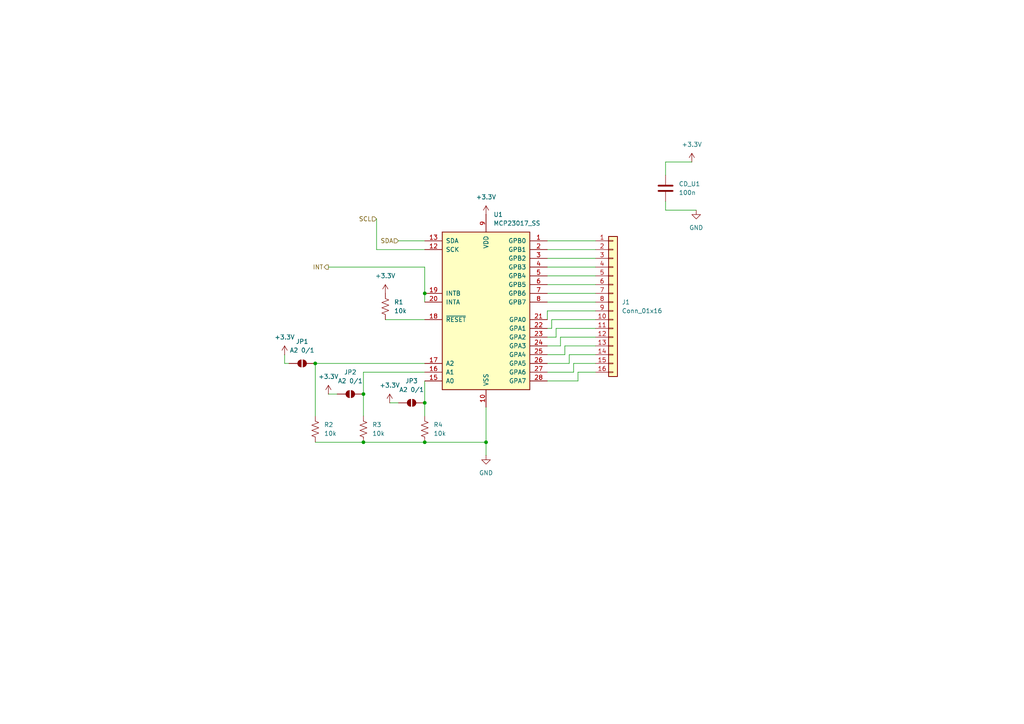
<source format=kicad_sch>
(kicad_sch
	(version 20250114)
	(generator "eeschema")
	(generator_version "9.0")
	(uuid "1cdb6f37-95c7-4e15-a505-23f68e028b15")
	(paper "A4")
	(lib_symbols
		(symbol "Connector_Generic:Conn_01x16"
			(pin_names
				(offset 1.016)
				(hide yes)
			)
			(exclude_from_sim no)
			(in_bom yes)
			(on_board yes)
			(property "Reference" "J"
				(at 0 20.32 0)
				(effects
					(font
						(size 1.27 1.27)
					)
				)
			)
			(property "Value" "Conn_01x16"
				(at 0 -22.86 0)
				(effects
					(font
						(size 1.27 1.27)
					)
				)
			)
			(property "Footprint" ""
				(at 0 0 0)
				(effects
					(font
						(size 1.27 1.27)
					)
					(hide yes)
				)
			)
			(property "Datasheet" "~"
				(at 0 0 0)
				(effects
					(font
						(size 1.27 1.27)
					)
					(hide yes)
				)
			)
			(property "Description" "Generic connector, single row, 01x16, script generated (kicad-library-utils/schlib/autogen/connector/)"
				(at 0 0 0)
				(effects
					(font
						(size 1.27 1.27)
					)
					(hide yes)
				)
			)
			(property "ki_keywords" "connector"
				(at 0 0 0)
				(effects
					(font
						(size 1.27 1.27)
					)
					(hide yes)
				)
			)
			(property "ki_fp_filters" "Connector*:*_1x??_*"
				(at 0 0 0)
				(effects
					(font
						(size 1.27 1.27)
					)
					(hide yes)
				)
			)
			(symbol "Conn_01x16_1_1"
				(rectangle
					(start -1.27 19.05)
					(end 1.27 -21.59)
					(stroke
						(width 0.254)
						(type default)
					)
					(fill
						(type background)
					)
				)
				(rectangle
					(start -1.27 17.907)
					(end 0 17.653)
					(stroke
						(width 0.1524)
						(type default)
					)
					(fill
						(type none)
					)
				)
				(rectangle
					(start -1.27 15.367)
					(end 0 15.113)
					(stroke
						(width 0.1524)
						(type default)
					)
					(fill
						(type none)
					)
				)
				(rectangle
					(start -1.27 12.827)
					(end 0 12.573)
					(stroke
						(width 0.1524)
						(type default)
					)
					(fill
						(type none)
					)
				)
				(rectangle
					(start -1.27 10.287)
					(end 0 10.033)
					(stroke
						(width 0.1524)
						(type default)
					)
					(fill
						(type none)
					)
				)
				(rectangle
					(start -1.27 7.747)
					(end 0 7.493)
					(stroke
						(width 0.1524)
						(type default)
					)
					(fill
						(type none)
					)
				)
				(rectangle
					(start -1.27 5.207)
					(end 0 4.953)
					(stroke
						(width 0.1524)
						(type default)
					)
					(fill
						(type none)
					)
				)
				(rectangle
					(start -1.27 2.667)
					(end 0 2.413)
					(stroke
						(width 0.1524)
						(type default)
					)
					(fill
						(type none)
					)
				)
				(rectangle
					(start -1.27 0.127)
					(end 0 -0.127)
					(stroke
						(width 0.1524)
						(type default)
					)
					(fill
						(type none)
					)
				)
				(rectangle
					(start -1.27 -2.413)
					(end 0 -2.667)
					(stroke
						(width 0.1524)
						(type default)
					)
					(fill
						(type none)
					)
				)
				(rectangle
					(start -1.27 -4.953)
					(end 0 -5.207)
					(stroke
						(width 0.1524)
						(type default)
					)
					(fill
						(type none)
					)
				)
				(rectangle
					(start -1.27 -7.493)
					(end 0 -7.747)
					(stroke
						(width 0.1524)
						(type default)
					)
					(fill
						(type none)
					)
				)
				(rectangle
					(start -1.27 -10.033)
					(end 0 -10.287)
					(stroke
						(width 0.1524)
						(type default)
					)
					(fill
						(type none)
					)
				)
				(rectangle
					(start -1.27 -12.573)
					(end 0 -12.827)
					(stroke
						(width 0.1524)
						(type default)
					)
					(fill
						(type none)
					)
				)
				(rectangle
					(start -1.27 -15.113)
					(end 0 -15.367)
					(stroke
						(width 0.1524)
						(type default)
					)
					(fill
						(type none)
					)
				)
				(rectangle
					(start -1.27 -17.653)
					(end 0 -17.907)
					(stroke
						(width 0.1524)
						(type default)
					)
					(fill
						(type none)
					)
				)
				(rectangle
					(start -1.27 -20.193)
					(end 0 -20.447)
					(stroke
						(width 0.1524)
						(type default)
					)
					(fill
						(type none)
					)
				)
				(pin passive line
					(at -5.08 17.78 0)
					(length 3.81)
					(name "Pin_1"
						(effects
							(font
								(size 1.27 1.27)
							)
						)
					)
					(number "1"
						(effects
							(font
								(size 1.27 1.27)
							)
						)
					)
				)
				(pin passive line
					(at -5.08 15.24 0)
					(length 3.81)
					(name "Pin_2"
						(effects
							(font
								(size 1.27 1.27)
							)
						)
					)
					(number "2"
						(effects
							(font
								(size 1.27 1.27)
							)
						)
					)
				)
				(pin passive line
					(at -5.08 12.7 0)
					(length 3.81)
					(name "Pin_3"
						(effects
							(font
								(size 1.27 1.27)
							)
						)
					)
					(number "3"
						(effects
							(font
								(size 1.27 1.27)
							)
						)
					)
				)
				(pin passive line
					(at -5.08 10.16 0)
					(length 3.81)
					(name "Pin_4"
						(effects
							(font
								(size 1.27 1.27)
							)
						)
					)
					(number "4"
						(effects
							(font
								(size 1.27 1.27)
							)
						)
					)
				)
				(pin passive line
					(at -5.08 7.62 0)
					(length 3.81)
					(name "Pin_5"
						(effects
							(font
								(size 1.27 1.27)
							)
						)
					)
					(number "5"
						(effects
							(font
								(size 1.27 1.27)
							)
						)
					)
				)
				(pin passive line
					(at -5.08 5.08 0)
					(length 3.81)
					(name "Pin_6"
						(effects
							(font
								(size 1.27 1.27)
							)
						)
					)
					(number "6"
						(effects
							(font
								(size 1.27 1.27)
							)
						)
					)
				)
				(pin passive line
					(at -5.08 2.54 0)
					(length 3.81)
					(name "Pin_7"
						(effects
							(font
								(size 1.27 1.27)
							)
						)
					)
					(number "7"
						(effects
							(font
								(size 1.27 1.27)
							)
						)
					)
				)
				(pin passive line
					(at -5.08 0 0)
					(length 3.81)
					(name "Pin_8"
						(effects
							(font
								(size 1.27 1.27)
							)
						)
					)
					(number "8"
						(effects
							(font
								(size 1.27 1.27)
							)
						)
					)
				)
				(pin passive line
					(at -5.08 -2.54 0)
					(length 3.81)
					(name "Pin_9"
						(effects
							(font
								(size 1.27 1.27)
							)
						)
					)
					(number "9"
						(effects
							(font
								(size 1.27 1.27)
							)
						)
					)
				)
				(pin passive line
					(at -5.08 -5.08 0)
					(length 3.81)
					(name "Pin_10"
						(effects
							(font
								(size 1.27 1.27)
							)
						)
					)
					(number "10"
						(effects
							(font
								(size 1.27 1.27)
							)
						)
					)
				)
				(pin passive line
					(at -5.08 -7.62 0)
					(length 3.81)
					(name "Pin_11"
						(effects
							(font
								(size 1.27 1.27)
							)
						)
					)
					(number "11"
						(effects
							(font
								(size 1.27 1.27)
							)
						)
					)
				)
				(pin passive line
					(at -5.08 -10.16 0)
					(length 3.81)
					(name "Pin_12"
						(effects
							(font
								(size 1.27 1.27)
							)
						)
					)
					(number "12"
						(effects
							(font
								(size 1.27 1.27)
							)
						)
					)
				)
				(pin passive line
					(at -5.08 -12.7 0)
					(length 3.81)
					(name "Pin_13"
						(effects
							(font
								(size 1.27 1.27)
							)
						)
					)
					(number "13"
						(effects
							(font
								(size 1.27 1.27)
							)
						)
					)
				)
				(pin passive line
					(at -5.08 -15.24 0)
					(length 3.81)
					(name "Pin_14"
						(effects
							(font
								(size 1.27 1.27)
							)
						)
					)
					(number "14"
						(effects
							(font
								(size 1.27 1.27)
							)
						)
					)
				)
				(pin passive line
					(at -5.08 -17.78 0)
					(length 3.81)
					(name "Pin_15"
						(effects
							(font
								(size 1.27 1.27)
							)
						)
					)
					(number "15"
						(effects
							(font
								(size 1.27 1.27)
							)
						)
					)
				)
				(pin passive line
					(at -5.08 -20.32 0)
					(length 3.81)
					(name "Pin_16"
						(effects
							(font
								(size 1.27 1.27)
							)
						)
					)
					(number "16"
						(effects
							(font
								(size 1.27 1.27)
							)
						)
					)
				)
			)
			(embedded_fonts no)
		)
		(symbol "Device:C"
			(pin_numbers
				(hide yes)
			)
			(pin_names
				(offset 0.254)
			)
			(exclude_from_sim no)
			(in_bom yes)
			(on_board yes)
			(property "Reference" "C"
				(at 0.635 2.54 0)
				(effects
					(font
						(size 1.27 1.27)
					)
					(justify left)
				)
			)
			(property "Value" "C"
				(at 0.635 -2.54 0)
				(effects
					(font
						(size 1.27 1.27)
					)
					(justify left)
				)
			)
			(property "Footprint" ""
				(at 0.9652 -3.81 0)
				(effects
					(font
						(size 1.27 1.27)
					)
					(hide yes)
				)
			)
			(property "Datasheet" "~"
				(at 0 0 0)
				(effects
					(font
						(size 1.27 1.27)
					)
					(hide yes)
				)
			)
			(property "Description" "Unpolarized capacitor"
				(at 0 0 0)
				(effects
					(font
						(size 1.27 1.27)
					)
					(hide yes)
				)
			)
			(property "ki_keywords" "cap capacitor"
				(at 0 0 0)
				(effects
					(font
						(size 1.27 1.27)
					)
					(hide yes)
				)
			)
			(property "ki_fp_filters" "C_*"
				(at 0 0 0)
				(effects
					(font
						(size 1.27 1.27)
					)
					(hide yes)
				)
			)
			(symbol "C_0_1"
				(polyline
					(pts
						(xy -2.032 0.762) (xy 2.032 0.762)
					)
					(stroke
						(width 0.508)
						(type default)
					)
					(fill
						(type none)
					)
				)
				(polyline
					(pts
						(xy -2.032 -0.762) (xy 2.032 -0.762)
					)
					(stroke
						(width 0.508)
						(type default)
					)
					(fill
						(type none)
					)
				)
			)
			(symbol "C_1_1"
				(pin passive line
					(at 0 3.81 270)
					(length 2.794)
					(name "~"
						(effects
							(font
								(size 1.27 1.27)
							)
						)
					)
					(number "1"
						(effects
							(font
								(size 1.27 1.27)
							)
						)
					)
				)
				(pin passive line
					(at 0 -3.81 90)
					(length 2.794)
					(name "~"
						(effects
							(font
								(size 1.27 1.27)
							)
						)
					)
					(number "2"
						(effects
							(font
								(size 1.27 1.27)
							)
						)
					)
				)
			)
			(embedded_fonts no)
		)
		(symbol "Device:R_US"
			(pin_numbers
				(hide yes)
			)
			(pin_names
				(offset 0)
			)
			(exclude_from_sim no)
			(in_bom yes)
			(on_board yes)
			(property "Reference" "R"
				(at 2.54 0 90)
				(effects
					(font
						(size 1.27 1.27)
					)
				)
			)
			(property "Value" "R_US"
				(at -2.54 0 90)
				(effects
					(font
						(size 1.27 1.27)
					)
				)
			)
			(property "Footprint" ""
				(at 1.016 -0.254 90)
				(effects
					(font
						(size 1.27 1.27)
					)
					(hide yes)
				)
			)
			(property "Datasheet" "~"
				(at 0 0 0)
				(effects
					(font
						(size 1.27 1.27)
					)
					(hide yes)
				)
			)
			(property "Description" "Resistor, US symbol"
				(at 0 0 0)
				(effects
					(font
						(size 1.27 1.27)
					)
					(hide yes)
				)
			)
			(property "ki_keywords" "R res resistor"
				(at 0 0 0)
				(effects
					(font
						(size 1.27 1.27)
					)
					(hide yes)
				)
			)
			(property "ki_fp_filters" "R_*"
				(at 0 0 0)
				(effects
					(font
						(size 1.27 1.27)
					)
					(hide yes)
				)
			)
			(symbol "R_US_0_1"
				(polyline
					(pts
						(xy 0 2.286) (xy 0 2.54)
					)
					(stroke
						(width 0)
						(type default)
					)
					(fill
						(type none)
					)
				)
				(polyline
					(pts
						(xy 0 2.286) (xy 1.016 1.905) (xy 0 1.524) (xy -1.016 1.143) (xy 0 0.762)
					)
					(stroke
						(width 0)
						(type default)
					)
					(fill
						(type none)
					)
				)
				(polyline
					(pts
						(xy 0 0.762) (xy 1.016 0.381) (xy 0 0) (xy -1.016 -0.381) (xy 0 -0.762)
					)
					(stroke
						(width 0)
						(type default)
					)
					(fill
						(type none)
					)
				)
				(polyline
					(pts
						(xy 0 -0.762) (xy 1.016 -1.143) (xy 0 -1.524) (xy -1.016 -1.905) (xy 0 -2.286)
					)
					(stroke
						(width 0)
						(type default)
					)
					(fill
						(type none)
					)
				)
				(polyline
					(pts
						(xy 0 -2.286) (xy 0 -2.54)
					)
					(stroke
						(width 0)
						(type default)
					)
					(fill
						(type none)
					)
				)
			)
			(symbol "R_US_1_1"
				(pin passive line
					(at 0 3.81 270)
					(length 1.27)
					(name "~"
						(effects
							(font
								(size 1.27 1.27)
							)
						)
					)
					(number "1"
						(effects
							(font
								(size 1.27 1.27)
							)
						)
					)
				)
				(pin passive line
					(at 0 -3.81 90)
					(length 1.27)
					(name "~"
						(effects
							(font
								(size 1.27 1.27)
							)
						)
					)
					(number "2"
						(effects
							(font
								(size 1.27 1.27)
							)
						)
					)
				)
			)
			(embedded_fonts no)
		)
		(symbol "Interface_Expansion:MCP23017_SS"
			(pin_names
				(offset 1.016)
			)
			(exclude_from_sim no)
			(in_bom yes)
			(on_board yes)
			(property "Reference" "U"
				(at -11.43 24.13 0)
				(effects
					(font
						(size 1.27 1.27)
					)
				)
			)
			(property "Value" "MCP23017_SS"
				(at 0 0 0)
				(effects
					(font
						(size 1.27 1.27)
					)
				)
			)
			(property "Footprint" "Package_SO:SSOP-28_5.3x10.2mm_P0.65mm"
				(at 5.08 -25.4 0)
				(effects
					(font
						(size 1.27 1.27)
					)
					(justify left)
					(hide yes)
				)
			)
			(property "Datasheet" "https://ww1.microchip.com/downloads/aemDocuments/documents/APID/ProductDocuments/DataSheets/MCP23017-Data-Sheet-DS20001952.pdf"
				(at 5.08 -27.94 0)
				(effects
					(font
						(size 1.27 1.27)
					)
					(justify left)
					(hide yes)
				)
			)
			(property "Description" "16-bit I/O expander, I2C, interrupts, w pull-ups, SSOP-28"
				(at 0 0 0)
				(effects
					(font
						(size 1.27 1.27)
					)
					(hide yes)
				)
			)
			(property "ki_keywords" "I2C parallel port expander"
				(at 0 0 0)
				(effects
					(font
						(size 1.27 1.27)
					)
					(hide yes)
				)
			)
			(property "ki_fp_filters" "SSOP*5.3x10.2mm*P0.65mm*"
				(at 0 0 0)
				(effects
					(font
						(size 1.27 1.27)
					)
					(hide yes)
				)
			)
			(symbol "MCP23017_SS_0_1"
				(rectangle
					(start -12.7 22.86)
					(end 12.7 -22.86)
					(stroke
						(width 0.254)
						(type default)
					)
					(fill
						(type background)
					)
				)
			)
			(symbol "MCP23017_SS_1_1"
				(pin bidirectional line
					(at -17.78 20.32 0)
					(length 5.08)
					(name "SDA"
						(effects
							(font
								(size 1.27 1.27)
							)
						)
					)
					(number "13"
						(effects
							(font
								(size 1.27 1.27)
							)
						)
					)
				)
				(pin input line
					(at -17.78 17.78 0)
					(length 5.08)
					(name "SCK"
						(effects
							(font
								(size 1.27 1.27)
							)
						)
					)
					(number "12"
						(effects
							(font
								(size 1.27 1.27)
							)
						)
					)
				)
				(pin tri_state line
					(at -17.78 5.08 0)
					(length 5.08)
					(name "INTB"
						(effects
							(font
								(size 1.27 1.27)
							)
						)
					)
					(number "19"
						(effects
							(font
								(size 1.27 1.27)
							)
						)
					)
				)
				(pin tri_state line
					(at -17.78 2.54 0)
					(length 5.08)
					(name "INTA"
						(effects
							(font
								(size 1.27 1.27)
							)
						)
					)
					(number "20"
						(effects
							(font
								(size 1.27 1.27)
							)
						)
					)
				)
				(pin input line
					(at -17.78 -2.54 0)
					(length 5.08)
					(name "~{RESET}"
						(effects
							(font
								(size 1.27 1.27)
							)
						)
					)
					(number "18"
						(effects
							(font
								(size 1.27 1.27)
							)
						)
					)
				)
				(pin input line
					(at -17.78 -15.24 0)
					(length 5.08)
					(name "A2"
						(effects
							(font
								(size 1.27 1.27)
							)
						)
					)
					(number "17"
						(effects
							(font
								(size 1.27 1.27)
							)
						)
					)
				)
				(pin input line
					(at -17.78 -17.78 0)
					(length 5.08)
					(name "A1"
						(effects
							(font
								(size 1.27 1.27)
							)
						)
					)
					(number "16"
						(effects
							(font
								(size 1.27 1.27)
							)
						)
					)
				)
				(pin input line
					(at -17.78 -20.32 0)
					(length 5.08)
					(name "A0"
						(effects
							(font
								(size 1.27 1.27)
							)
						)
					)
					(number "15"
						(effects
							(font
								(size 1.27 1.27)
							)
						)
					)
				)
				(pin no_connect line
					(at -12.7 15.24 0)
					(length 5.08)
					(hide yes)
					(name "NC"
						(effects
							(font
								(size 1.27 1.27)
							)
						)
					)
					(number "11"
						(effects
							(font
								(size 1.27 1.27)
							)
						)
					)
				)
				(pin no_connect line
					(at -12.7 12.7 0)
					(length 5.08)
					(hide yes)
					(name "NC"
						(effects
							(font
								(size 1.27 1.27)
							)
						)
					)
					(number "14"
						(effects
							(font
								(size 1.27 1.27)
							)
						)
					)
				)
				(pin power_in line
					(at 0 27.94 270)
					(length 5.08)
					(name "VDD"
						(effects
							(font
								(size 1.27 1.27)
							)
						)
					)
					(number "9"
						(effects
							(font
								(size 1.27 1.27)
							)
						)
					)
				)
				(pin power_in line
					(at 0 -27.94 90)
					(length 5.08)
					(name "VSS"
						(effects
							(font
								(size 1.27 1.27)
							)
						)
					)
					(number "10"
						(effects
							(font
								(size 1.27 1.27)
							)
						)
					)
				)
				(pin bidirectional line
					(at 17.78 20.32 180)
					(length 5.08)
					(name "GPB0"
						(effects
							(font
								(size 1.27 1.27)
							)
						)
					)
					(number "1"
						(effects
							(font
								(size 1.27 1.27)
							)
						)
					)
				)
				(pin bidirectional line
					(at 17.78 17.78 180)
					(length 5.08)
					(name "GPB1"
						(effects
							(font
								(size 1.27 1.27)
							)
						)
					)
					(number "2"
						(effects
							(font
								(size 1.27 1.27)
							)
						)
					)
				)
				(pin bidirectional line
					(at 17.78 15.24 180)
					(length 5.08)
					(name "GPB2"
						(effects
							(font
								(size 1.27 1.27)
							)
						)
					)
					(number "3"
						(effects
							(font
								(size 1.27 1.27)
							)
						)
					)
				)
				(pin bidirectional line
					(at 17.78 12.7 180)
					(length 5.08)
					(name "GPB3"
						(effects
							(font
								(size 1.27 1.27)
							)
						)
					)
					(number "4"
						(effects
							(font
								(size 1.27 1.27)
							)
						)
					)
				)
				(pin bidirectional line
					(at 17.78 10.16 180)
					(length 5.08)
					(name "GPB4"
						(effects
							(font
								(size 1.27 1.27)
							)
						)
					)
					(number "5"
						(effects
							(font
								(size 1.27 1.27)
							)
						)
					)
				)
				(pin bidirectional line
					(at 17.78 7.62 180)
					(length 5.08)
					(name "GPB5"
						(effects
							(font
								(size 1.27 1.27)
							)
						)
					)
					(number "6"
						(effects
							(font
								(size 1.27 1.27)
							)
						)
					)
				)
				(pin bidirectional line
					(at 17.78 5.08 180)
					(length 5.08)
					(name "GPB6"
						(effects
							(font
								(size 1.27 1.27)
							)
						)
					)
					(number "7"
						(effects
							(font
								(size 1.27 1.27)
							)
						)
					)
				)
				(pin output line
					(at 17.78 2.54 180)
					(length 5.08)
					(name "GPB7"
						(effects
							(font
								(size 1.27 1.27)
							)
						)
					)
					(number "8"
						(effects
							(font
								(size 1.27 1.27)
							)
						)
					)
				)
				(pin bidirectional line
					(at 17.78 -2.54 180)
					(length 5.08)
					(name "GPA0"
						(effects
							(font
								(size 1.27 1.27)
							)
						)
					)
					(number "21"
						(effects
							(font
								(size 1.27 1.27)
							)
						)
					)
				)
				(pin bidirectional line
					(at 17.78 -5.08 180)
					(length 5.08)
					(name "GPA1"
						(effects
							(font
								(size 1.27 1.27)
							)
						)
					)
					(number "22"
						(effects
							(font
								(size 1.27 1.27)
							)
						)
					)
				)
				(pin bidirectional line
					(at 17.78 -7.62 180)
					(length 5.08)
					(name "GPA2"
						(effects
							(font
								(size 1.27 1.27)
							)
						)
					)
					(number "23"
						(effects
							(font
								(size 1.27 1.27)
							)
						)
					)
				)
				(pin bidirectional line
					(at 17.78 -10.16 180)
					(length 5.08)
					(name "GPA3"
						(effects
							(font
								(size 1.27 1.27)
							)
						)
					)
					(number "24"
						(effects
							(font
								(size 1.27 1.27)
							)
						)
					)
				)
				(pin bidirectional line
					(at 17.78 -12.7 180)
					(length 5.08)
					(name "GPA4"
						(effects
							(font
								(size 1.27 1.27)
							)
						)
					)
					(number "25"
						(effects
							(font
								(size 1.27 1.27)
							)
						)
					)
				)
				(pin bidirectional line
					(at 17.78 -15.24 180)
					(length 5.08)
					(name "GPA5"
						(effects
							(font
								(size 1.27 1.27)
							)
						)
					)
					(number "26"
						(effects
							(font
								(size 1.27 1.27)
							)
						)
					)
				)
				(pin bidirectional line
					(at 17.78 -17.78 180)
					(length 5.08)
					(name "GPA6"
						(effects
							(font
								(size 1.27 1.27)
							)
						)
					)
					(number "27"
						(effects
							(font
								(size 1.27 1.27)
							)
						)
					)
				)
				(pin output line
					(at 17.78 -20.32 180)
					(length 5.08)
					(name "GPA7"
						(effects
							(font
								(size 1.27 1.27)
							)
						)
					)
					(number "28"
						(effects
							(font
								(size 1.27 1.27)
							)
						)
					)
				)
			)
			(embedded_fonts no)
		)
		(symbol "Jumper:SolderJumper_2_Open"
			(pin_numbers
				(hide yes)
			)
			(pin_names
				(offset 0)
				(hide yes)
			)
			(exclude_from_sim no)
			(in_bom no)
			(on_board yes)
			(property "Reference" "JP"
				(at 0 2.032 0)
				(effects
					(font
						(size 1.27 1.27)
					)
				)
			)
			(property "Value" "SolderJumper_2_Open"
				(at 0 -2.54 0)
				(effects
					(font
						(size 1.27 1.27)
					)
				)
			)
			(property "Footprint" ""
				(at 0 0 0)
				(effects
					(font
						(size 1.27 1.27)
					)
					(hide yes)
				)
			)
			(property "Datasheet" "~"
				(at 0 0 0)
				(effects
					(font
						(size 1.27 1.27)
					)
					(hide yes)
				)
			)
			(property "Description" "Solder Jumper, 2-pole, open"
				(at 0 0 0)
				(effects
					(font
						(size 1.27 1.27)
					)
					(hide yes)
				)
			)
			(property "ki_keywords" "solder jumper SPST"
				(at 0 0 0)
				(effects
					(font
						(size 1.27 1.27)
					)
					(hide yes)
				)
			)
			(property "ki_fp_filters" "SolderJumper*Open*"
				(at 0 0 0)
				(effects
					(font
						(size 1.27 1.27)
					)
					(hide yes)
				)
			)
			(symbol "SolderJumper_2_Open_0_1"
				(polyline
					(pts
						(xy -0.254 1.016) (xy -0.254 -1.016)
					)
					(stroke
						(width 0)
						(type default)
					)
					(fill
						(type none)
					)
				)
				(arc
					(start -0.254 -1.016)
					(mid -1.2656 0)
					(end -0.254 1.016)
					(stroke
						(width 0)
						(type default)
					)
					(fill
						(type none)
					)
				)
				(arc
					(start -0.254 -1.016)
					(mid -1.2656 0)
					(end -0.254 1.016)
					(stroke
						(width 0)
						(type default)
					)
					(fill
						(type outline)
					)
				)
				(arc
					(start 0.254 1.016)
					(mid 1.2656 0)
					(end 0.254 -1.016)
					(stroke
						(width 0)
						(type default)
					)
					(fill
						(type none)
					)
				)
				(arc
					(start 0.254 1.016)
					(mid 1.2656 0)
					(end 0.254 -1.016)
					(stroke
						(width 0)
						(type default)
					)
					(fill
						(type outline)
					)
				)
				(polyline
					(pts
						(xy 0.254 1.016) (xy 0.254 -1.016)
					)
					(stroke
						(width 0)
						(type default)
					)
					(fill
						(type none)
					)
				)
			)
			(symbol "SolderJumper_2_Open_1_1"
				(pin passive line
					(at -3.81 0 0)
					(length 2.54)
					(name "A"
						(effects
							(font
								(size 1.27 1.27)
							)
						)
					)
					(number "1"
						(effects
							(font
								(size 1.27 1.27)
							)
						)
					)
				)
				(pin passive line
					(at 3.81 0 180)
					(length 2.54)
					(name "B"
						(effects
							(font
								(size 1.27 1.27)
							)
						)
					)
					(number "2"
						(effects
							(font
								(size 1.27 1.27)
							)
						)
					)
				)
			)
			(embedded_fonts no)
		)
		(symbol "power:+3.3V"
			(power)
			(pin_numbers
				(hide yes)
			)
			(pin_names
				(offset 0)
				(hide yes)
			)
			(exclude_from_sim no)
			(in_bom yes)
			(on_board yes)
			(property "Reference" "#PWR"
				(at 0 -3.81 0)
				(effects
					(font
						(size 1.27 1.27)
					)
					(hide yes)
				)
			)
			(property "Value" "+3.3V"
				(at 0 3.556 0)
				(effects
					(font
						(size 1.27 1.27)
					)
				)
			)
			(property "Footprint" ""
				(at 0 0 0)
				(effects
					(font
						(size 1.27 1.27)
					)
					(hide yes)
				)
			)
			(property "Datasheet" ""
				(at 0 0 0)
				(effects
					(font
						(size 1.27 1.27)
					)
					(hide yes)
				)
			)
			(property "Description" "Power symbol creates a global label with name \"+3.3V\""
				(at 0 0 0)
				(effects
					(font
						(size 1.27 1.27)
					)
					(hide yes)
				)
			)
			(property "ki_keywords" "global power"
				(at 0 0 0)
				(effects
					(font
						(size 1.27 1.27)
					)
					(hide yes)
				)
			)
			(symbol "+3.3V_0_1"
				(polyline
					(pts
						(xy -0.762 1.27) (xy 0 2.54)
					)
					(stroke
						(width 0)
						(type default)
					)
					(fill
						(type none)
					)
				)
				(polyline
					(pts
						(xy 0 2.54) (xy 0.762 1.27)
					)
					(stroke
						(width 0)
						(type default)
					)
					(fill
						(type none)
					)
				)
				(polyline
					(pts
						(xy 0 0) (xy 0 2.54)
					)
					(stroke
						(width 0)
						(type default)
					)
					(fill
						(type none)
					)
				)
			)
			(symbol "+3.3V_1_1"
				(pin power_in line
					(at 0 0 90)
					(length 0)
					(name "~"
						(effects
							(font
								(size 1.27 1.27)
							)
						)
					)
					(number "1"
						(effects
							(font
								(size 1.27 1.27)
							)
						)
					)
				)
			)
			(embedded_fonts no)
		)
		(symbol "power:GND"
			(power)
			(pin_numbers
				(hide yes)
			)
			(pin_names
				(offset 0)
				(hide yes)
			)
			(exclude_from_sim no)
			(in_bom yes)
			(on_board yes)
			(property "Reference" "#PWR"
				(at 0 -6.35 0)
				(effects
					(font
						(size 1.27 1.27)
					)
					(hide yes)
				)
			)
			(property "Value" "GND"
				(at 0 -3.81 0)
				(effects
					(font
						(size 1.27 1.27)
					)
				)
			)
			(property "Footprint" ""
				(at 0 0 0)
				(effects
					(font
						(size 1.27 1.27)
					)
					(hide yes)
				)
			)
			(property "Datasheet" ""
				(at 0 0 0)
				(effects
					(font
						(size 1.27 1.27)
					)
					(hide yes)
				)
			)
			(property "Description" "Power symbol creates a global label with name \"GND\" , ground"
				(at 0 0 0)
				(effects
					(font
						(size 1.27 1.27)
					)
					(hide yes)
				)
			)
			(property "ki_keywords" "global power"
				(at 0 0 0)
				(effects
					(font
						(size 1.27 1.27)
					)
					(hide yes)
				)
			)
			(symbol "GND_0_1"
				(polyline
					(pts
						(xy 0 0) (xy 0 -1.27) (xy 1.27 -1.27) (xy 0 -2.54) (xy -1.27 -1.27) (xy 0 -1.27)
					)
					(stroke
						(width 0)
						(type default)
					)
					(fill
						(type none)
					)
				)
			)
			(symbol "GND_1_1"
				(pin power_in line
					(at 0 0 270)
					(length 0)
					(name "~"
						(effects
							(font
								(size 1.27 1.27)
							)
						)
					)
					(number "1"
						(effects
							(font
								(size 1.27 1.27)
							)
						)
					)
				)
			)
			(embedded_fonts no)
		)
	)
	(junction
		(at 123.19 128.27)
		(diameter 0)
		(color 0 0 0 0)
		(uuid "0a227e58-d6a1-47d3-8707-c79be66929e4")
	)
	(junction
		(at 123.19 116.84)
		(diameter 0)
		(color 0 0 0 0)
		(uuid "1dac7e6c-b5d9-488b-819e-0ab62665cf52")
	)
	(junction
		(at 123.19 85.09)
		(diameter 0)
		(color 0 0 0 0)
		(uuid "4a4cc35e-f795-4ff0-9f15-b3218dc386e3")
	)
	(junction
		(at 140.97 128.27)
		(diameter 0)
		(color 0 0 0 0)
		(uuid "6322fc6b-2485-4407-abac-b68df75abba5")
	)
	(junction
		(at 91.44 105.41)
		(diameter 0)
		(color 0 0 0 0)
		(uuid "9362be05-009d-41bf-8b33-b59cf5ad5bc2")
	)
	(junction
		(at 105.41 128.27)
		(diameter 0)
		(color 0 0 0 0)
		(uuid "a85a1be8-4aac-4656-9e23-2f5f1bef9887")
	)
	(junction
		(at 105.41 114.3)
		(diameter 0)
		(color 0 0 0 0)
		(uuid "c10bdaed-34f9-4913-bcd9-a4a14b57c0ee")
	)
	(wire
		(pts
			(xy 140.97 128.27) (xy 140.97 132.08)
		)
		(stroke
			(width 0)
			(type default)
		)
		(uuid "054bef51-a538-4f3c-9600-36d7b5b72d19")
	)
	(wire
		(pts
			(xy 160.02 92.71) (xy 172.72 92.71)
		)
		(stroke
			(width 0)
			(type default)
		)
		(uuid "0c52be8b-6edd-4eb2-8aa2-5c16edcf0529")
	)
	(wire
		(pts
			(xy 172.72 102.87) (xy 165.1 102.87)
		)
		(stroke
			(width 0)
			(type default)
		)
		(uuid "17256ac5-ff02-453c-acbf-5dc0d00ce24e")
	)
	(wire
		(pts
			(xy 161.29 95.25) (xy 172.72 95.25)
		)
		(stroke
			(width 0)
			(type default)
		)
		(uuid "195db86e-4b55-4f53-b16d-0028b6eed55c")
	)
	(wire
		(pts
			(xy 193.04 58.42) (xy 193.04 60.96)
		)
		(stroke
			(width 0)
			(type default)
		)
		(uuid "1a81d40d-c02a-49dd-afc4-a8b9a23defc2")
	)
	(wire
		(pts
			(xy 109.22 63.5) (xy 109.22 72.39)
		)
		(stroke
			(width 0)
			(type default)
		)
		(uuid "25159233-3088-45e9-a5fa-04c777b1476a")
	)
	(wire
		(pts
			(xy 115.57 69.85) (xy 123.19 69.85)
		)
		(stroke
			(width 0)
			(type default)
		)
		(uuid "2fcd0735-82a7-46c9-9255-f5b80a299700")
	)
	(wire
		(pts
			(xy 172.72 107.95) (xy 167.64 107.95)
		)
		(stroke
			(width 0)
			(type default)
		)
		(uuid "340a34da-1da9-4156-928a-d522ba0760ea")
	)
	(wire
		(pts
			(xy 165.1 102.87) (xy 165.1 105.41)
		)
		(stroke
			(width 0)
			(type default)
		)
		(uuid "38680cdf-daa8-4394-a569-2fc201478bb8")
	)
	(wire
		(pts
			(xy 158.75 90.17) (xy 172.72 90.17)
		)
		(stroke
			(width 0)
			(type default)
		)
		(uuid "39a4b383-26dd-4e56-88cd-151c4b6e0f0b")
	)
	(wire
		(pts
			(xy 158.75 92.71) (xy 158.75 90.17)
		)
		(stroke
			(width 0)
			(type default)
		)
		(uuid "3a9d7c39-aaf7-4249-9278-e8cc649b3cac")
	)
	(wire
		(pts
			(xy 158.75 80.01) (xy 172.72 80.01)
		)
		(stroke
			(width 0)
			(type default)
		)
		(uuid "3c2ac612-165a-4026-8a06-e2c191b0d4fb")
	)
	(wire
		(pts
			(xy 193.04 60.96) (xy 201.93 60.96)
		)
		(stroke
			(width 0)
			(type default)
		)
		(uuid "3c968c2b-7e3f-442a-b2f0-f5d1e169f76b")
	)
	(wire
		(pts
			(xy 158.75 87.63) (xy 172.72 87.63)
		)
		(stroke
			(width 0)
			(type default)
		)
		(uuid "4127f915-02da-42dc-b570-bd0848713289")
	)
	(wire
		(pts
			(xy 140.97 118.11) (xy 140.97 128.27)
		)
		(stroke
			(width 0)
			(type default)
		)
		(uuid "429da1af-b655-4c08-a457-ad5dcf63a4ea")
	)
	(wire
		(pts
			(xy 160.02 95.25) (xy 160.02 92.71)
		)
		(stroke
			(width 0)
			(type default)
		)
		(uuid "4b55c8b0-cc78-4a6b-a78b-1379670e2d52")
	)
	(wire
		(pts
			(xy 158.75 102.87) (xy 163.83 102.87)
		)
		(stroke
			(width 0)
			(type default)
		)
		(uuid "50b5b3c7-ddd6-4a86-953b-5a1d65e01f9d")
	)
	(wire
		(pts
			(xy 123.19 105.41) (xy 91.44 105.41)
		)
		(stroke
			(width 0)
			(type default)
		)
		(uuid "55b7c624-731c-4d8e-8f9b-5f17c5e6acfe")
	)
	(wire
		(pts
			(xy 158.75 100.33) (xy 162.56 100.33)
		)
		(stroke
			(width 0)
			(type default)
		)
		(uuid "5b494a84-4c3c-42ff-bc1a-0322e5b4455d")
	)
	(wire
		(pts
			(xy 95.25 77.47) (xy 123.19 77.47)
		)
		(stroke
			(width 0)
			(type default)
		)
		(uuid "5e91fffd-53da-49e2-922f-befeef4fda78")
	)
	(wire
		(pts
			(xy 91.44 128.27) (xy 105.41 128.27)
		)
		(stroke
			(width 0)
			(type default)
		)
		(uuid "5fb1a0fd-9a8a-4b26-9cbc-2447bdf22d42")
	)
	(wire
		(pts
			(xy 158.75 82.55) (xy 172.72 82.55)
		)
		(stroke
			(width 0)
			(type default)
		)
		(uuid "61c7745e-ce10-4305-ba0a-a4af70dc482a")
	)
	(wire
		(pts
			(xy 200.66 46.99) (xy 193.04 46.99)
		)
		(stroke
			(width 0)
			(type default)
		)
		(uuid "622366c3-cd5e-4056-afa4-5745cd3d8d9e")
	)
	(wire
		(pts
			(xy 165.1 105.41) (xy 158.75 105.41)
		)
		(stroke
			(width 0)
			(type default)
		)
		(uuid "624ccfde-ba9a-4373-8069-3f7b9986d8b7")
	)
	(wire
		(pts
			(xy 158.75 85.09) (xy 172.72 85.09)
		)
		(stroke
			(width 0)
			(type default)
		)
		(uuid "676405ab-db1d-4013-b4f2-e37746727559")
	)
	(wire
		(pts
			(xy 123.19 85.09) (xy 123.19 77.47)
		)
		(stroke
			(width 0)
			(type default)
		)
		(uuid "6ceede03-8807-4ff3-925d-a06742864146")
	)
	(wire
		(pts
			(xy 166.37 107.95) (xy 166.37 105.41)
		)
		(stroke
			(width 0)
			(type default)
		)
		(uuid "6e02f01c-11b1-4354-b890-0dae84acc23a")
	)
	(wire
		(pts
			(xy 123.19 85.09) (xy 123.19 87.63)
		)
		(stroke
			(width 0)
			(type default)
		)
		(uuid "740ea618-8c9f-432c-b7ae-7b001079a903")
	)
	(wire
		(pts
			(xy 158.75 72.39) (xy 172.72 72.39)
		)
		(stroke
			(width 0)
			(type default)
		)
		(uuid "792cacb3-8763-49d7-b134-520f3dfd8464")
	)
	(wire
		(pts
			(xy 167.64 110.49) (xy 158.75 110.49)
		)
		(stroke
			(width 0)
			(type default)
		)
		(uuid "819865ba-28e8-4632-bf0f-a7ab8b17e742")
	)
	(wire
		(pts
			(xy 158.75 69.85) (xy 172.72 69.85)
		)
		(stroke
			(width 0)
			(type default)
		)
		(uuid "88c910c9-2c41-42e5-9561-c1b32a510f05")
	)
	(wire
		(pts
			(xy 91.44 105.41) (xy 91.44 120.65)
		)
		(stroke
			(width 0)
			(type default)
		)
		(uuid "95758cf3-5708-4b8b-a304-dbd2682cd203")
	)
	(wire
		(pts
			(xy 166.37 105.41) (xy 172.72 105.41)
		)
		(stroke
			(width 0)
			(type default)
		)
		(uuid "98245ac9-0f67-4714-8a5d-805c14588542")
	)
	(wire
		(pts
			(xy 158.75 74.93) (xy 172.72 74.93)
		)
		(stroke
			(width 0)
			(type default)
		)
		(uuid "982fb047-4500-4a16-b7d0-6b103c81db76")
	)
	(wire
		(pts
			(xy 163.83 100.33) (xy 172.72 100.33)
		)
		(stroke
			(width 0)
			(type default)
		)
		(uuid "9d4da7d4-ffb1-49a6-b108-240af619d1b0")
	)
	(wire
		(pts
			(xy 123.19 116.84) (xy 123.19 120.65)
		)
		(stroke
			(width 0)
			(type default)
		)
		(uuid "9fef0f25-890d-4b30-b00e-ecb49ad04026")
	)
	(wire
		(pts
			(xy 163.83 102.87) (xy 163.83 100.33)
		)
		(stroke
			(width 0)
			(type default)
		)
		(uuid "ac7a7aba-65b1-47b0-aa52-a046849c9fc0")
	)
	(wire
		(pts
			(xy 82.55 105.41) (xy 83.82 105.41)
		)
		(stroke
			(width 0)
			(type default)
		)
		(uuid "adce07da-2d95-4979-a047-2b00f65cea41")
	)
	(wire
		(pts
			(xy 123.19 110.49) (xy 123.19 116.84)
		)
		(stroke
			(width 0)
			(type default)
		)
		(uuid "ae031993-3092-4b85-ac5b-0b08126ad932")
	)
	(wire
		(pts
			(xy 82.55 102.87) (xy 82.55 105.41)
		)
		(stroke
			(width 0)
			(type default)
		)
		(uuid "b20bbd07-a910-48ad-91ab-7a7801aa22ae")
	)
	(wire
		(pts
			(xy 123.19 128.27) (xy 140.97 128.27)
		)
		(stroke
			(width 0)
			(type default)
		)
		(uuid "b4ded0c4-1802-441d-b0c9-945c971d60ef")
	)
	(wire
		(pts
			(xy 111.76 92.71) (xy 123.19 92.71)
		)
		(stroke
			(width 0)
			(type default)
		)
		(uuid "b8101773-afcf-487d-903c-d1e9b1ffe5b1")
	)
	(wire
		(pts
			(xy 167.64 107.95) (xy 167.64 110.49)
		)
		(stroke
			(width 0)
			(type default)
		)
		(uuid "b8b9b47e-0827-449b-a016-335671619ebc")
	)
	(wire
		(pts
			(xy 95.25 114.3) (xy 97.79 114.3)
		)
		(stroke
			(width 0)
			(type default)
		)
		(uuid "ba988738-d45e-4aef-81cf-2a99ddabbb2b")
	)
	(wire
		(pts
			(xy 158.75 95.25) (xy 160.02 95.25)
		)
		(stroke
			(width 0)
			(type default)
		)
		(uuid "c0b990f1-217e-4ce1-8cc0-e9270f22762c")
	)
	(wire
		(pts
			(xy 161.29 97.79) (xy 161.29 95.25)
		)
		(stroke
			(width 0)
			(type default)
		)
		(uuid "c7b69387-5b38-4e52-b17d-52818f051caa")
	)
	(wire
		(pts
			(xy 113.03 116.84) (xy 115.57 116.84)
		)
		(stroke
			(width 0)
			(type default)
		)
		(uuid "c99614b1-cf84-43a0-b889-bdf856514594")
	)
	(wire
		(pts
			(xy 123.19 107.95) (xy 105.41 107.95)
		)
		(stroke
			(width 0)
			(type default)
		)
		(uuid "cf72d919-8e0e-4390-a5b0-76fc8b4e249f")
	)
	(wire
		(pts
			(xy 109.22 72.39) (xy 123.19 72.39)
		)
		(stroke
			(width 0)
			(type default)
		)
		(uuid "d5484055-bb3c-4d40-bdaa-b9b73561ddcc")
	)
	(wire
		(pts
			(xy 193.04 46.99) (xy 193.04 50.8)
		)
		(stroke
			(width 0)
			(type default)
		)
		(uuid "d909886c-fab6-4223-a601-f2e2cf4f213a")
	)
	(wire
		(pts
			(xy 158.75 97.79) (xy 161.29 97.79)
		)
		(stroke
			(width 0)
			(type default)
		)
		(uuid "d9899861-71c2-44e9-a66f-c1ed5012de80")
	)
	(wire
		(pts
			(xy 105.41 107.95) (xy 105.41 114.3)
		)
		(stroke
			(width 0)
			(type default)
		)
		(uuid "e0073ce2-98ea-4362-becd-968695d58faf")
	)
	(wire
		(pts
			(xy 162.56 100.33) (xy 162.56 97.79)
		)
		(stroke
			(width 0)
			(type default)
		)
		(uuid "e242a935-b053-4a23-8853-b737f5b6af99")
	)
	(wire
		(pts
			(xy 105.41 114.3) (xy 105.41 120.65)
		)
		(stroke
			(width 0)
			(type default)
		)
		(uuid "e2604bd0-84c8-4b32-8a4e-1883ef61bdd6")
	)
	(wire
		(pts
			(xy 158.75 107.95) (xy 166.37 107.95)
		)
		(stroke
			(width 0)
			(type default)
		)
		(uuid "e3acef1f-1de3-410a-8972-3244a2f086bb")
	)
	(wire
		(pts
			(xy 158.75 77.47) (xy 172.72 77.47)
		)
		(stroke
			(width 0)
			(type default)
		)
		(uuid "ec380156-9058-4cfd-a2b3-b68f5de9c140")
	)
	(wire
		(pts
			(xy 105.41 128.27) (xy 123.19 128.27)
		)
		(stroke
			(width 0)
			(type default)
		)
		(uuid "ec9d7977-0dc3-4775-9a28-fdc72593a229")
	)
	(wire
		(pts
			(xy 162.56 97.79) (xy 172.72 97.79)
		)
		(stroke
			(width 0)
			(type default)
		)
		(uuid "fec63e62-e430-4cc0-8bd9-cb6bda809205")
	)
	(hierarchical_label "SCL"
		(shape input)
		(at 109.22 63.5 180)
		(effects
			(font
				(size 1.27 1.27)
			)
			(justify right)
		)
		(uuid "3781bedc-2e1e-4e01-ba7f-67de504c46f7")
	)
	(hierarchical_label "SDA"
		(shape input)
		(at 115.57 69.85 180)
		(effects
			(font
				(size 1.27 1.27)
			)
			(justify right)
		)
		(uuid "8f50d15e-db62-4105-bbc7-72cccce70726")
	)
	(hierarchical_label "INT"
		(shape output)
		(at 95.25 77.47 180)
		(effects
			(font
				(size 1.27 1.27)
			)
			(justify right)
		)
		(uuid "ef4fbf0e-2551-4811-a631-fcc94ed25f22")
	)
	(symbol
		(lib_id "Interface_Expansion:MCP23017_SS")
		(at 140.97 90.17 0)
		(unit 1)
		(exclude_from_sim no)
		(in_bom yes)
		(on_board yes)
		(dnp no)
		(fields_autoplaced yes)
		(uuid "0257a2ca-d38c-484e-80f0-c00d3d44b50b")
		(property "Reference" "U1"
			(at 143.1133 62.23 0)
			(effects
				(font
					(size 1.27 1.27)
				)
				(justify left)
			)
		)
		(property "Value" "MCP23017_SS"
			(at 143.1133 64.77 0)
			(effects
				(font
					(size 1.27 1.27)
				)
				(justify left)
			)
		)
		(property "Footprint" "Package_SO:SSOP-28_5.3x10.2mm_P0.65mm"
			(at 146.05 115.57 0)
			(effects
				(font
					(size 1.27 1.27)
				)
				(justify left)
				(hide yes)
			)
		)
		(property "Datasheet" "https://ww1.microchip.com/downloads/aemDocuments/documents/APID/ProductDocuments/DataSheets/MCP23017-Data-Sheet-DS20001952.pdf"
			(at 146.05 118.11 0)
			(effects
				(font
					(size 1.27 1.27)
				)
				(justify left)
				(hide yes)
			)
		)
		(property "Description" "16-bit I/O expander, I2C, interrupts, w pull-ups, SSOP-28"
			(at 140.97 90.17 0)
			(effects
				(font
					(size 1.27 1.27)
				)
				(hide yes)
			)
		)
		(pin "20"
			(uuid "2927f199-af16-4fea-8bd8-3f70ad642cb2")
		)
		(pin "16"
			(uuid "b98f99df-81d7-44d0-bc66-d0579627e2ad")
		)
		(pin "15"
			(uuid "8dea22b8-50cf-4379-bf46-6909761ca660")
		)
		(pin "11"
			(uuid "03834cb0-4ad9-448c-a0bc-04a285d10e04")
		)
		(pin "10"
			(uuid "29ecca54-5306-4f2b-8d4a-0870e6e73df7")
		)
		(pin "1"
			(uuid "ec14630b-73b0-4c9a-8d04-b28e5b31064f")
		)
		(pin "2"
			(uuid "ad362640-fb99-4a07-bfe2-38372c1736ea")
		)
		(pin "13"
			(uuid "92b87ae9-2b6c-46eb-aa64-7b24834a85bb")
		)
		(pin "19"
			(uuid "27100f3b-5fff-4409-a19e-4e8ed1f8435c")
		)
		(pin "17"
			(uuid "f3cdd0bb-c9a0-4a5a-beb2-742937cd0272")
		)
		(pin "14"
			(uuid "671422f4-554e-4caa-994d-c08ce5df4686")
		)
		(pin "9"
			(uuid "e8e230fe-0694-42a2-96a9-95731901305c")
		)
		(pin "12"
			(uuid "c6f31c77-283d-4474-a5ed-3b8dd9bd513e")
		)
		(pin "18"
			(uuid "2ab2fbd4-35ff-4309-9c0b-7c044deeae33")
		)
		(pin "26"
			(uuid "1e17406c-98f6-4a7c-9bfe-fc24357b327c")
		)
		(pin "3"
			(uuid "ac21c8f4-96c4-41d3-98a8-959cfc760704")
		)
		(pin "6"
			(uuid "501b3142-2b6c-4f6e-8b66-847b29cd04ca")
		)
		(pin "8"
			(uuid "e71b0b43-5ac7-41c8-b9a9-afb8f14e966b")
		)
		(pin "21"
			(uuid "61177195-b829-46e6-b127-026843c9af8a")
		)
		(pin "22"
			(uuid "ac703649-7d19-4444-aa9c-05ec881173b6")
		)
		(pin "25"
			(uuid "ff50cc7e-9210-4e49-badd-0ab0841320df")
		)
		(pin "24"
			(uuid "6035e586-ec92-4908-b1dd-38a5d65b8ce3")
		)
		(pin "5"
			(uuid "3df1afd6-a724-4ac7-8c3b-36f164944292")
		)
		(pin "27"
			(uuid "edfbadb4-3355-44af-80c5-46f4ef0d4ff6")
		)
		(pin "23"
			(uuid "675df358-5db6-4a93-9421-a14e40b6d2cb")
		)
		(pin "4"
			(uuid "00c30d3c-cdf7-4805-8e1a-9824052d1d57")
		)
		(pin "28"
			(uuid "c5ae0ee3-0a9b-4648-b3fa-80e4d06fc313")
		)
		(pin "7"
			(uuid "a06d4323-6fa6-436d-8923-7c2d13055231")
		)
		(instances
			(project "OrganKeyswitchBreakout"
				(path "/cf1df97f-883a-4122-9971-552927dbf328/2762c305-da54-4ba1-98cd-2e4ca4016d2b"
					(reference "U1")
					(unit 1)
				)
				(path "/cf1df97f-883a-4122-9971-552927dbf328/69c4e047-26f0-4087-9dfc-991135b08cc8"
					(reference "U10")
					(unit 1)
				)
				(path "/cf1df97f-883a-4122-9971-552927dbf328/7949dbbe-4709-465d-acc1-38594e6001fc"
					(reference "U8")
					(unit 1)
				)
				(path "/cf1df97f-883a-4122-9971-552927dbf328/89b0617f-1cca-4fd9-a862-3fe0bf31d53b"
					(reference "U5")
					(unit 1)
				)
				(path "/cf1df97f-883a-4122-9971-552927dbf328/c15a8d1f-fbcf-4189-825a-51022b23046a"
					(reference "U6")
					(unit 1)
				)
				(path "/cf1df97f-883a-4122-9971-552927dbf328/c23f343d-f7f7-4ba6-9966-b4bab19c862c"
					(reference "U7")
					(unit 1)
				)
				(path "/cf1df97f-883a-4122-9971-552927dbf328/ca0a9781-ce9a-46e5-89b4-0d9f41df3c9a"
					(reference "U9")
					(unit 1)
				)
				(path "/cf1df97f-883a-4122-9971-552927dbf328/d00d716f-9f94-43f5-8a94-5d757374b7d2"
					(reference "U4")
					(unit 1)
				)
			)
		)
	)
	(symbol
		(lib_id "Device:C")
		(at 193.04 54.61 0)
		(unit 1)
		(exclude_from_sim no)
		(in_bom yes)
		(on_board yes)
		(dnp no)
		(fields_autoplaced yes)
		(uuid "2ef3cd9d-8d96-46bf-aaa6-726b2447d1d3")
		(property "Reference" "CD_U1"
			(at 196.85 53.3399 0)
			(effects
				(font
					(size 1.27 1.27)
				)
				(justify left)
			)
		)
		(property "Value" "100n"
			(at 196.85 55.8799 0)
			(effects
				(font
					(size 1.27 1.27)
				)
				(justify left)
			)
		)
		(property "Footprint" "Capacitor_SMD:C_0805_2012Metric"
			(at 194.0052 58.42 0)
			(effects
				(font
					(size 1.27 1.27)
				)
				(hide yes)
			)
		)
		(property "Datasheet" "~"
			(at 193.04 54.61 0)
			(effects
				(font
					(size 1.27 1.27)
				)
				(hide yes)
			)
		)
		(property "Description" "Unpolarized capacitor"
			(at 193.04 54.61 0)
			(effects
				(font
					(size 1.27 1.27)
				)
				(hide yes)
			)
		)
		(pin "2"
			(uuid "57c8b81f-7157-4151-931c-6296c013af05")
		)
		(pin "1"
			(uuid "85f10931-766d-4e2a-ae87-d12b1440bbfe")
		)
		(instances
			(project "OrganKeyswitchBreakout"
				(path "/cf1df97f-883a-4122-9971-552927dbf328/2762c305-da54-4ba1-98cd-2e4ca4016d2b"
					(reference "CD_U1")
					(unit 1)
				)
				(path "/cf1df97f-883a-4122-9971-552927dbf328/69c4e047-26f0-4087-9dfc-991135b08cc8"
					(reference "CD_U9")
					(unit 1)
				)
				(path "/cf1df97f-883a-4122-9971-552927dbf328/7949dbbe-4709-465d-acc1-38594e6001fc"
					(reference "CD_U7")
					(unit 1)
				)
				(path "/cf1df97f-883a-4122-9971-552927dbf328/89b0617f-1cca-4fd9-a862-3fe0bf31d53b"
					(reference "CD_U4")
					(unit 1)
				)
				(path "/cf1df97f-883a-4122-9971-552927dbf328/c15a8d1f-fbcf-4189-825a-51022b23046a"
					(reference "CD_U5")
					(unit 1)
				)
				(path "/cf1df97f-883a-4122-9971-552927dbf328/c23f343d-f7f7-4ba6-9966-b4bab19c862c"
					(reference "CD_U6")
					(unit 1)
				)
				(path "/cf1df97f-883a-4122-9971-552927dbf328/ca0a9781-ce9a-46e5-89b4-0d9f41df3c9a"
					(reference "CD_U8")
					(unit 1)
				)
				(path "/cf1df97f-883a-4122-9971-552927dbf328/d00d716f-9f94-43f5-8a94-5d757374b7d2"
					(reference "CD_U3")
					(unit 1)
				)
			)
		)
	)
	(symbol
		(lib_id "Connector_Generic:Conn_01x16")
		(at 177.8 87.63 0)
		(unit 1)
		(exclude_from_sim no)
		(in_bom yes)
		(on_board yes)
		(dnp no)
		(fields_autoplaced yes)
		(uuid "3dcc14ad-2de4-4487-b0a4-df8bdba32c11")
		(property "Reference" "J1"
			(at 180.34 87.6299 0)
			(effects
				(font
					(size 1.27 1.27)
				)
				(justify left)
			)
		)
		(property "Value" "Conn_01x16"
			(at 180.34 90.1699 0)
			(effects
				(font
					(size 1.27 1.27)
				)
				(justify left)
			)
		)
		(property "Footprint" "Connector_IDC:IDC-Header_2x08_P2.54mm_Vertical"
			(at 177.8 87.63 0)
			(effects
				(font
					(size 1.27 1.27)
				)
				(hide yes)
			)
		)
		(property "Datasheet" "~"
			(at 177.8 87.63 0)
			(effects
				(font
					(size 1.27 1.27)
				)
				(hide yes)
			)
		)
		(property "Description" "Generic connector, single row, 01x16, script generated (kicad-library-utils/schlib/autogen/connector/)"
			(at 177.8 87.63 0)
			(effects
				(font
					(size 1.27 1.27)
				)
				(hide yes)
			)
		)
		(pin "5"
			(uuid "1a0ed3f6-6c0e-4ea5-9e2e-8e84f3c6d8b6")
		)
		(pin "9"
			(uuid "c658daf2-d1d9-4af7-895d-0e201b47a158")
		)
		(pin "6"
			(uuid "b003fcc2-4ced-4b19-9271-11a8f2f7422c")
		)
		(pin "2"
			(uuid "594b66dc-c18a-479c-af6a-77002b02b728")
		)
		(pin "7"
			(uuid "fbdcd075-917b-4b92-ab21-a5388712121c")
		)
		(pin "10"
			(uuid "89418c3e-803e-41bc-b058-508ef47cecb8")
		)
		(pin "11"
			(uuid "dc9fb1aa-27b6-43a2-ad48-372f16bd5619")
		)
		(pin "12"
			(uuid "205080a0-fe79-4239-86d4-95183c23d324")
		)
		(pin "3"
			(uuid "d93a3f88-912f-4310-982a-9b7ce639d4eb")
		)
		(pin "13"
			(uuid "77946386-331b-46fb-ae10-6bbf679d5845")
		)
		(pin "14"
			(uuid "9bf8b595-d81b-4b50-8f94-3ac93c51c88b")
		)
		(pin "4"
			(uuid "5e559ac1-91c4-49b6-b66e-23cbbf5d6bf1")
		)
		(pin "15"
			(uuid "7f85ea3f-147e-4c9d-9865-5978d8524d00")
		)
		(pin "1"
			(uuid "66735755-831f-4409-a262-9cb451585293")
		)
		(pin "8"
			(uuid "f3ba2699-f15f-42bb-8718-f9a090cc21f1")
		)
		(pin "16"
			(uuid "ca739830-c4cf-41ec-8974-00e5c2d176cc")
		)
		(instances
			(project ""
				(path "/cf1df97f-883a-4122-9971-552927dbf328/2762c305-da54-4ba1-98cd-2e4ca4016d2b"
					(reference "J1")
					(unit 1)
				)
				(path "/cf1df97f-883a-4122-9971-552927dbf328/69c4e047-26f0-4087-9dfc-991135b08cc8"
					(reference "J14")
					(unit 1)
				)
				(path "/cf1df97f-883a-4122-9971-552927dbf328/7949dbbe-4709-465d-acc1-38594e6001fc"
					(reference "J12")
					(unit 1)
				)
				(path "/cf1df97f-883a-4122-9971-552927dbf328/89b0617f-1cca-4fd9-a862-3fe0bf31d53b"
					(reference "J9")
					(unit 1)
				)
				(path "/cf1df97f-883a-4122-9971-552927dbf328/c15a8d1f-fbcf-4189-825a-51022b23046a"
					(reference "J10")
					(unit 1)
				)
				(path "/cf1df97f-883a-4122-9971-552927dbf328/c23f343d-f7f7-4ba6-9966-b4bab19c862c"
					(reference "J11")
					(unit 1)
				)
				(path "/cf1df97f-883a-4122-9971-552927dbf328/ca0a9781-ce9a-46e5-89b4-0d9f41df3c9a"
					(reference "J13")
					(unit 1)
				)
				(path "/cf1df97f-883a-4122-9971-552927dbf328/d00d716f-9f94-43f5-8a94-5d757374b7d2"
					(reference "J8")
					(unit 1)
				)
			)
		)
	)
	(symbol
		(lib_id "power:+3.3V")
		(at 111.76 85.09 0)
		(unit 1)
		(exclude_from_sim no)
		(in_bom yes)
		(on_board yes)
		(dnp no)
		(fields_autoplaced yes)
		(uuid "3e164ab3-63a8-4ce2-9870-3bf45e9aeb1d")
		(property "Reference" "#PWR02"
			(at 111.76 88.9 0)
			(effects
				(font
					(size 1.27 1.27)
				)
				(hide yes)
			)
		)
		(property "Value" "+3.3V"
			(at 111.76 80.01 0)
			(effects
				(font
					(size 1.27 1.27)
				)
			)
		)
		(property "Footprint" ""
			(at 111.76 85.09 0)
			(effects
				(font
					(size 1.27 1.27)
				)
				(hide yes)
			)
		)
		(property "Datasheet" ""
			(at 111.76 85.09 0)
			(effects
				(font
					(size 1.27 1.27)
				)
				(hide yes)
			)
		)
		(property "Description" "Power symbol creates a global label with name \"+3.3V\""
			(at 111.76 85.09 0)
			(effects
				(font
					(size 1.27 1.27)
				)
				(hide yes)
			)
		)
		(pin "1"
			(uuid "728d1d44-3a17-43c6-b6d1-c4cb6f1d279b")
		)
		(instances
			(project "OrganKeyswitchBreakout"
				(path "/cf1df97f-883a-4122-9971-552927dbf328/2762c305-da54-4ba1-98cd-2e4ca4016d2b"
					(reference "#PWR02")
					(unit 1)
				)
				(path "/cf1df97f-883a-4122-9971-552927dbf328/69c4e047-26f0-4087-9dfc-991135b08cc8"
					(reference "#PWR078")
					(unit 1)
				)
				(path "/cf1df97f-883a-4122-9971-552927dbf328/7949dbbe-4709-465d-acc1-38594e6001fc"
					(reference "#PWR062")
					(unit 1)
				)
				(path "/cf1df97f-883a-4122-9971-552927dbf328/89b0617f-1cca-4fd9-a862-3fe0bf31d53b"
					(reference "#PWR038")
					(unit 1)
				)
				(path "/cf1df97f-883a-4122-9971-552927dbf328/c15a8d1f-fbcf-4189-825a-51022b23046a"
					(reference "#PWR046")
					(unit 1)
				)
				(path "/cf1df97f-883a-4122-9971-552927dbf328/c23f343d-f7f7-4ba6-9966-b4bab19c862c"
					(reference "#PWR054")
					(unit 1)
				)
				(path "/cf1df97f-883a-4122-9971-552927dbf328/ca0a9781-ce9a-46e5-89b4-0d9f41df3c9a"
					(reference "#PWR070")
					(unit 1)
				)
				(path "/cf1df97f-883a-4122-9971-552927dbf328/d00d716f-9f94-43f5-8a94-5d757374b7d2"
					(reference "#PWR030")
					(unit 1)
				)
			)
		)
	)
	(symbol
		(lib_id "power:+3.3V")
		(at 200.66 46.99 0)
		(unit 1)
		(exclude_from_sim no)
		(in_bom yes)
		(on_board yes)
		(dnp no)
		(fields_autoplaced yes)
		(uuid "40d163e2-6933-4cbd-867c-2db199aca1ba")
		(property "Reference" "#PWR09"
			(at 200.66 50.8 0)
			(effects
				(font
					(size 1.27 1.27)
				)
				(hide yes)
			)
		)
		(property "Value" "+3.3V"
			(at 200.66 41.91 0)
			(effects
				(font
					(size 1.27 1.27)
				)
			)
		)
		(property "Footprint" ""
			(at 200.66 46.99 0)
			(effects
				(font
					(size 1.27 1.27)
				)
				(hide yes)
			)
		)
		(property "Datasheet" ""
			(at 200.66 46.99 0)
			(effects
				(font
					(size 1.27 1.27)
				)
				(hide yes)
			)
		)
		(property "Description" "Power symbol creates a global label with name \"+3.3V\""
			(at 200.66 46.99 0)
			(effects
				(font
					(size 1.27 1.27)
				)
				(hide yes)
			)
		)
		(pin "1"
			(uuid "41620535-524b-4201-8831-3f76930a0c11")
		)
		(instances
			(project "OrganKeyswitchBreakout"
				(path "/cf1df97f-883a-4122-9971-552927dbf328/2762c305-da54-4ba1-98cd-2e4ca4016d2b"
					(reference "#PWR09")
					(unit 1)
				)
				(path "/cf1df97f-883a-4122-9971-552927dbf328/69c4e047-26f0-4087-9dfc-991135b08cc8"
					(reference "#PWR075")
					(unit 1)
				)
				(path "/cf1df97f-883a-4122-9971-552927dbf328/7949dbbe-4709-465d-acc1-38594e6001fc"
					(reference "#PWR059")
					(unit 1)
				)
				(path "/cf1df97f-883a-4122-9971-552927dbf328/89b0617f-1cca-4fd9-a862-3fe0bf31d53b"
					(reference "#PWR035")
					(unit 1)
				)
				(path "/cf1df97f-883a-4122-9971-552927dbf328/c15a8d1f-fbcf-4189-825a-51022b23046a"
					(reference "#PWR043")
					(unit 1)
				)
				(path "/cf1df97f-883a-4122-9971-552927dbf328/c23f343d-f7f7-4ba6-9966-b4bab19c862c"
					(reference "#PWR051")
					(unit 1)
				)
				(path "/cf1df97f-883a-4122-9971-552927dbf328/ca0a9781-ce9a-46e5-89b4-0d9f41df3c9a"
					(reference "#PWR067")
					(unit 1)
				)
				(path "/cf1df97f-883a-4122-9971-552927dbf328/d00d716f-9f94-43f5-8a94-5d757374b7d2"
					(reference "#PWR024")
					(unit 1)
				)
			)
		)
	)
	(symbol
		(lib_id "Jumper:SolderJumper_2_Open")
		(at 119.38 116.84 0)
		(unit 1)
		(exclude_from_sim no)
		(in_bom no)
		(on_board yes)
		(dnp no)
		(fields_autoplaced yes)
		(uuid "53cad8f8-7a8e-4c30-87b8-b85193effa7f")
		(property "Reference" "JP3"
			(at 119.38 110.49 0)
			(effects
				(font
					(size 1.27 1.27)
				)
			)
		)
		(property "Value" "A2 0/1"
			(at 119.38 113.03 0)
			(effects
				(font
					(size 1.27 1.27)
				)
			)
		)
		(property "Footprint" "Jumper:SolderJumper-2_P1.3mm_Bridged_RoundedPad1.0x1.5mm"
			(at 119.38 116.84 0)
			(effects
				(font
					(size 1.27 1.27)
				)
				(hide yes)
			)
		)
		(property "Datasheet" "~"
			(at 119.38 116.84 0)
			(effects
				(font
					(size 1.27 1.27)
				)
				(hide yes)
			)
		)
		(property "Description" "Solder Jumper, 2-pole, open"
			(at 119.38 116.84 0)
			(effects
				(font
					(size 1.27 1.27)
				)
				(hide yes)
			)
		)
		(pin "2"
			(uuid "24801a36-b463-4f97-8f38-aa1b6ccfa91e")
		)
		(pin "1"
			(uuid "1a2a3697-b79d-4da2-a586-cbc9df9e9ac8")
		)
		(instances
			(project "OrganKeyswitchBreakout"
				(path "/cf1df97f-883a-4122-9971-552927dbf328/2762c305-da54-4ba1-98cd-2e4ca4016d2b"
					(reference "JP3")
					(unit 1)
				)
				(path "/cf1df97f-883a-4122-9971-552927dbf328/69c4e047-26f0-4087-9dfc-991135b08cc8"
					(reference "JP24")
					(unit 1)
				)
				(path "/cf1df97f-883a-4122-9971-552927dbf328/7949dbbe-4709-465d-acc1-38594e6001fc"
					(reference "JP18")
					(unit 1)
				)
				(path "/cf1df97f-883a-4122-9971-552927dbf328/89b0617f-1cca-4fd9-a862-3fe0bf31d53b"
					(reference "JP9")
					(unit 1)
				)
				(path "/cf1df97f-883a-4122-9971-552927dbf328/c15a8d1f-fbcf-4189-825a-51022b23046a"
					(reference "JP12")
					(unit 1)
				)
				(path "/cf1df97f-883a-4122-9971-552927dbf328/c23f343d-f7f7-4ba6-9966-b4bab19c862c"
					(reference "JP15")
					(unit 1)
				)
				(path "/cf1df97f-883a-4122-9971-552927dbf328/ca0a9781-ce9a-46e5-89b4-0d9f41df3c9a"
					(reference "JP21")
					(unit 1)
				)
				(path "/cf1df97f-883a-4122-9971-552927dbf328/d00d716f-9f94-43f5-8a94-5d757374b7d2"
					(reference "JP6")
					(unit 1)
				)
			)
		)
	)
	(symbol
		(lib_id "power:+3.3V")
		(at 82.55 102.87 0)
		(unit 1)
		(exclude_from_sim no)
		(in_bom yes)
		(on_board yes)
		(dnp no)
		(fields_autoplaced yes)
		(uuid "7edcabc7-7cdf-4084-bf04-3c17d94971fe")
		(property "Reference" "#PWR04"
			(at 82.55 106.68 0)
			(effects
				(font
					(size 1.27 1.27)
				)
				(hide yes)
			)
		)
		(property "Value" "+3.3V"
			(at 82.55 97.79 0)
			(effects
				(font
					(size 1.27 1.27)
				)
			)
		)
		(property "Footprint" ""
			(at 82.55 102.87 0)
			(effects
				(font
					(size 1.27 1.27)
				)
				(hide yes)
			)
		)
		(property "Datasheet" ""
			(at 82.55 102.87 0)
			(effects
				(font
					(size 1.27 1.27)
				)
				(hide yes)
			)
		)
		(property "Description" "Power symbol creates a global label with name \"+3.3V\""
			(at 82.55 102.87 0)
			(effects
				(font
					(size 1.27 1.27)
				)
				(hide yes)
			)
		)
		(pin "1"
			(uuid "91603eab-2a44-4148-a700-21ad2c7b22d3")
		)
		(instances
			(project "OrganKeyswitchBreakout"
				(path "/cf1df97f-883a-4122-9971-552927dbf328/2762c305-da54-4ba1-98cd-2e4ca4016d2b"
					(reference "#PWR04")
					(unit 1)
				)
				(path "/cf1df97f-883a-4122-9971-552927dbf328/69c4e047-26f0-4087-9dfc-991135b08cc8"
					(reference "#PWR079")
					(unit 1)
				)
				(path "/cf1df97f-883a-4122-9971-552927dbf328/7949dbbe-4709-465d-acc1-38594e6001fc"
					(reference "#PWR063")
					(unit 1)
				)
				(path "/cf1df97f-883a-4122-9971-552927dbf328/89b0617f-1cca-4fd9-a862-3fe0bf31d53b"
					(reference "#PWR039")
					(unit 1)
				)
				(path "/cf1df97f-883a-4122-9971-552927dbf328/c15a8d1f-fbcf-4189-825a-51022b23046a"
					(reference "#PWR047")
					(unit 1)
				)
				(path "/cf1df97f-883a-4122-9971-552927dbf328/c23f343d-f7f7-4ba6-9966-b4bab19c862c"
					(reference "#PWR055")
					(unit 1)
				)
				(path "/cf1df97f-883a-4122-9971-552927dbf328/ca0a9781-ce9a-46e5-89b4-0d9f41df3c9a"
					(reference "#PWR071")
					(unit 1)
				)
				(path "/cf1df97f-883a-4122-9971-552927dbf328/d00d716f-9f94-43f5-8a94-5d757374b7d2"
					(reference "#PWR031")
					(unit 1)
				)
			)
		)
	)
	(symbol
		(lib_id "power:+3.3V")
		(at 95.25 114.3 0)
		(unit 1)
		(exclude_from_sim no)
		(in_bom yes)
		(on_board yes)
		(dnp no)
		(fields_autoplaced yes)
		(uuid "93fc4ef1-c4af-45c1-b439-c4994abba93b")
		(property "Reference" "#PWR05"
			(at 95.25 118.11 0)
			(effects
				(font
					(size 1.27 1.27)
				)
				(hide yes)
			)
		)
		(property "Value" "+3.3V"
			(at 95.25 109.22 0)
			(effects
				(font
					(size 1.27 1.27)
				)
			)
		)
		(property "Footprint" ""
			(at 95.25 114.3 0)
			(effects
				(font
					(size 1.27 1.27)
				)
				(hide yes)
			)
		)
		(property "Datasheet" ""
			(at 95.25 114.3 0)
			(effects
				(font
					(size 1.27 1.27)
				)
				(hide yes)
			)
		)
		(property "Description" "Power symbol creates a global label with name \"+3.3V\""
			(at 95.25 114.3 0)
			(effects
				(font
					(size 1.27 1.27)
				)
				(hide yes)
			)
		)
		(pin "1"
			(uuid "390de922-b4c4-430a-907d-2c1d3dee629d")
		)
		(instances
			(project "OrganKeyswitchBreakout"
				(path "/cf1df97f-883a-4122-9971-552927dbf328/2762c305-da54-4ba1-98cd-2e4ca4016d2b"
					(reference "#PWR05")
					(unit 1)
				)
				(path "/cf1df97f-883a-4122-9971-552927dbf328/69c4e047-26f0-4087-9dfc-991135b08cc8"
					(reference "#PWR080")
					(unit 1)
				)
				(path "/cf1df97f-883a-4122-9971-552927dbf328/7949dbbe-4709-465d-acc1-38594e6001fc"
					(reference "#PWR064")
					(unit 1)
				)
				(path "/cf1df97f-883a-4122-9971-552927dbf328/89b0617f-1cca-4fd9-a862-3fe0bf31d53b"
					(reference "#PWR040")
					(unit 1)
				)
				(path "/cf1df97f-883a-4122-9971-552927dbf328/c15a8d1f-fbcf-4189-825a-51022b23046a"
					(reference "#PWR048")
					(unit 1)
				)
				(path "/cf1df97f-883a-4122-9971-552927dbf328/c23f343d-f7f7-4ba6-9966-b4bab19c862c"
					(reference "#PWR056")
					(unit 1)
				)
				(path "/cf1df97f-883a-4122-9971-552927dbf328/ca0a9781-ce9a-46e5-89b4-0d9f41df3c9a"
					(reference "#PWR072")
					(unit 1)
				)
				(path "/cf1df97f-883a-4122-9971-552927dbf328/d00d716f-9f94-43f5-8a94-5d757374b7d2"
					(reference "#PWR032")
					(unit 1)
				)
			)
		)
	)
	(symbol
		(lib_id "Jumper:SolderJumper_2_Open")
		(at 101.6 114.3 0)
		(unit 1)
		(exclude_from_sim no)
		(in_bom no)
		(on_board yes)
		(dnp no)
		(fields_autoplaced yes)
		(uuid "9941cc76-6cf9-4148-b692-6b2343ba2f01")
		(property "Reference" "JP2"
			(at 101.6 107.95 0)
			(effects
				(font
					(size 1.27 1.27)
				)
			)
		)
		(property "Value" "A2 0/1"
			(at 101.6 110.49 0)
			(effects
				(font
					(size 1.27 1.27)
				)
			)
		)
		(property "Footprint" "Jumper:SolderJumper-2_P1.3mm_Bridged_RoundedPad1.0x1.5mm"
			(at 101.6 114.3 0)
			(effects
				(font
					(size 1.27 1.27)
				)
				(hide yes)
			)
		)
		(property "Datasheet" "~"
			(at 101.6 114.3 0)
			(effects
				(font
					(size 1.27 1.27)
				)
				(hide yes)
			)
		)
		(property "Description" "Solder Jumper, 2-pole, open"
			(at 101.6 114.3 0)
			(effects
				(font
					(size 1.27 1.27)
				)
				(hide yes)
			)
		)
		(pin "2"
			(uuid "6d642554-c19c-40b0-bc3c-a6b1cca930f2")
		)
		(pin "1"
			(uuid "389b7b41-8770-4d08-93fe-b0872372180f")
		)
		(instances
			(project "OrganKeyswitchBreakout"
				(path "/cf1df97f-883a-4122-9971-552927dbf328/2762c305-da54-4ba1-98cd-2e4ca4016d2b"
					(reference "JP2")
					(unit 1)
				)
				(path "/cf1df97f-883a-4122-9971-552927dbf328/69c4e047-26f0-4087-9dfc-991135b08cc8"
					(reference "JP23")
					(unit 1)
				)
				(path "/cf1df97f-883a-4122-9971-552927dbf328/7949dbbe-4709-465d-acc1-38594e6001fc"
					(reference "JP17")
					(unit 1)
				)
				(path "/cf1df97f-883a-4122-9971-552927dbf328/89b0617f-1cca-4fd9-a862-3fe0bf31d53b"
					(reference "JP8")
					(unit 1)
				)
				(path "/cf1df97f-883a-4122-9971-552927dbf328/c15a8d1f-fbcf-4189-825a-51022b23046a"
					(reference "JP11")
					(unit 1)
				)
				(path "/cf1df97f-883a-4122-9971-552927dbf328/c23f343d-f7f7-4ba6-9966-b4bab19c862c"
					(reference "JP14")
					(unit 1)
				)
				(path "/cf1df97f-883a-4122-9971-552927dbf328/ca0a9781-ce9a-46e5-89b4-0d9f41df3c9a"
					(reference "JP20")
					(unit 1)
				)
				(path "/cf1df97f-883a-4122-9971-552927dbf328/d00d716f-9f94-43f5-8a94-5d757374b7d2"
					(reference "JP5")
					(unit 1)
				)
			)
		)
	)
	(symbol
		(lib_id "Device:R_US")
		(at 91.44 124.46 0)
		(unit 1)
		(exclude_from_sim no)
		(in_bom yes)
		(on_board yes)
		(dnp no)
		(fields_autoplaced yes)
		(uuid "ac9bc060-1b6c-4128-a239-2114cd7dbf13")
		(property "Reference" "R2"
			(at 93.98 123.1899 0)
			(effects
				(font
					(size 1.27 1.27)
				)
				(justify left)
			)
		)
		(property "Value" "10k"
			(at 93.98 125.7299 0)
			(effects
				(font
					(size 1.27 1.27)
				)
				(justify left)
			)
		)
		(property "Footprint" "Resistor_SMD:R_0805_2012Metric"
			(at 92.456 124.714 90)
			(effects
				(font
					(size 1.27 1.27)
				)
				(hide yes)
			)
		)
		(property "Datasheet" "~"
			(at 91.44 124.46 0)
			(effects
				(font
					(size 1.27 1.27)
				)
				(hide yes)
			)
		)
		(property "Description" "Resistor, US symbol"
			(at 91.44 124.46 0)
			(effects
				(font
					(size 1.27 1.27)
				)
				(hide yes)
			)
		)
		(pin "1"
			(uuid "782db5f1-f424-433a-92f4-7202542f7068")
		)
		(pin "2"
			(uuid "c6cb2b58-76be-4307-83aa-2dcad313d1dc")
		)
		(instances
			(project "OrganKeyswitchBreakout"
				(path "/cf1df97f-883a-4122-9971-552927dbf328/2762c305-da54-4ba1-98cd-2e4ca4016d2b"
					(reference "R2")
					(unit 1)
				)
				(path "/cf1df97f-883a-4122-9971-552927dbf328/69c4e047-26f0-4087-9dfc-991135b08cc8"
					(reference "R37")
					(unit 1)
				)
				(path "/cf1df97f-883a-4122-9971-552927dbf328/7949dbbe-4709-465d-acc1-38594e6001fc"
					(reference "R29")
					(unit 1)
				)
				(path "/cf1df97f-883a-4122-9971-552927dbf328/89b0617f-1cca-4fd9-a862-3fe0bf31d53b"
					(reference "R17")
					(unit 1)
				)
				(path "/cf1df97f-883a-4122-9971-552927dbf328/c15a8d1f-fbcf-4189-825a-51022b23046a"
					(reference "R21")
					(unit 1)
				)
				(path "/cf1df97f-883a-4122-9971-552927dbf328/c23f343d-f7f7-4ba6-9966-b4bab19c862c"
					(reference "R25")
					(unit 1)
				)
				(path "/cf1df97f-883a-4122-9971-552927dbf328/ca0a9781-ce9a-46e5-89b4-0d9f41df3c9a"
					(reference "R33")
					(unit 1)
				)
				(path "/cf1df97f-883a-4122-9971-552927dbf328/d00d716f-9f94-43f5-8a94-5d757374b7d2"
					(reference "R13")
					(unit 1)
				)
			)
		)
	)
	(symbol
		(lib_id "Device:R_US")
		(at 111.76 88.9 0)
		(unit 1)
		(exclude_from_sim no)
		(in_bom yes)
		(on_board yes)
		(dnp no)
		(fields_autoplaced yes)
		(uuid "c19f3e7f-bf88-4c9b-8c7f-302d116cd24f")
		(property "Reference" "R1"
			(at 114.3 87.6299 0)
			(effects
				(font
					(size 1.27 1.27)
				)
				(justify left)
			)
		)
		(property "Value" "10k"
			(at 114.3 90.1699 0)
			(effects
				(font
					(size 1.27 1.27)
				)
				(justify left)
			)
		)
		(property "Footprint" "Resistor_SMD:R_0805_2012Metric"
			(at 112.776 89.154 90)
			(effects
				(font
					(size 1.27 1.27)
				)
				(hide yes)
			)
		)
		(property "Datasheet" "~"
			(at 111.76 88.9 0)
			(effects
				(font
					(size 1.27 1.27)
				)
				(hide yes)
			)
		)
		(property "Description" "Resistor, US symbol"
			(at 111.76 88.9 0)
			(effects
				(font
					(size 1.27 1.27)
				)
				(hide yes)
			)
		)
		(pin "1"
			(uuid "9908e32a-1b17-4e97-9679-8ac8ee88fd27")
		)
		(pin "2"
			(uuid "7567520b-dfdb-4f45-a51a-9232649e3e6d")
		)
		(instances
			(project "OrganKeyswitchBreakout"
				(path "/cf1df97f-883a-4122-9971-552927dbf328/2762c305-da54-4ba1-98cd-2e4ca4016d2b"
					(reference "R1")
					(unit 1)
				)
				(path "/cf1df97f-883a-4122-9971-552927dbf328/69c4e047-26f0-4087-9dfc-991135b08cc8"
					(reference "R36")
					(unit 1)
				)
				(path "/cf1df97f-883a-4122-9971-552927dbf328/7949dbbe-4709-465d-acc1-38594e6001fc"
					(reference "R28")
					(unit 1)
				)
				(path "/cf1df97f-883a-4122-9971-552927dbf328/89b0617f-1cca-4fd9-a862-3fe0bf31d53b"
					(reference "R16")
					(unit 1)
				)
				(path "/cf1df97f-883a-4122-9971-552927dbf328/c15a8d1f-fbcf-4189-825a-51022b23046a"
					(reference "R20")
					(unit 1)
				)
				(path "/cf1df97f-883a-4122-9971-552927dbf328/c23f343d-f7f7-4ba6-9966-b4bab19c862c"
					(reference "R24")
					(unit 1)
				)
				(path "/cf1df97f-883a-4122-9971-552927dbf328/ca0a9781-ce9a-46e5-89b4-0d9f41df3c9a"
					(reference "R32")
					(unit 1)
				)
				(path "/cf1df97f-883a-4122-9971-552927dbf328/d00d716f-9f94-43f5-8a94-5d757374b7d2"
					(reference "R12")
					(unit 1)
				)
			)
		)
	)
	(symbol
		(lib_id "Device:R_US")
		(at 123.19 124.46 0)
		(unit 1)
		(exclude_from_sim no)
		(in_bom yes)
		(on_board yes)
		(dnp no)
		(fields_autoplaced yes)
		(uuid "c2467c78-66d2-402e-9ce1-0115ddb01c29")
		(property "Reference" "R4"
			(at 125.73 123.1899 0)
			(effects
				(font
					(size 1.27 1.27)
				)
				(justify left)
			)
		)
		(property "Value" "10k"
			(at 125.73 125.7299 0)
			(effects
				(font
					(size 1.27 1.27)
				)
				(justify left)
			)
		)
		(property "Footprint" "Resistor_SMD:R_0805_2012Metric"
			(at 124.206 124.714 90)
			(effects
				(font
					(size 1.27 1.27)
				)
				(hide yes)
			)
		)
		(property "Datasheet" "~"
			(at 123.19 124.46 0)
			(effects
				(font
					(size 1.27 1.27)
				)
				(hide yes)
			)
		)
		(property "Description" "Resistor, US symbol"
			(at 123.19 124.46 0)
			(effects
				(font
					(size 1.27 1.27)
				)
				(hide yes)
			)
		)
		(pin "1"
			(uuid "d153115c-4b6c-4f7c-903b-5d25f2c001af")
		)
		(pin "2"
			(uuid "be502484-9632-4c6d-81b2-8855feb62209")
		)
		(instances
			(project "OrganKeyswitchBreakout"
				(path "/cf1df97f-883a-4122-9971-552927dbf328/2762c305-da54-4ba1-98cd-2e4ca4016d2b"
					(reference "R4")
					(unit 1)
				)
				(path "/cf1df97f-883a-4122-9971-552927dbf328/69c4e047-26f0-4087-9dfc-991135b08cc8"
					(reference "R39")
					(unit 1)
				)
				(path "/cf1df97f-883a-4122-9971-552927dbf328/7949dbbe-4709-465d-acc1-38594e6001fc"
					(reference "R31")
					(unit 1)
				)
				(path "/cf1df97f-883a-4122-9971-552927dbf328/89b0617f-1cca-4fd9-a862-3fe0bf31d53b"
					(reference "R19")
					(unit 1)
				)
				(path "/cf1df97f-883a-4122-9971-552927dbf328/c15a8d1f-fbcf-4189-825a-51022b23046a"
					(reference "R23")
					(unit 1)
				)
				(path "/cf1df97f-883a-4122-9971-552927dbf328/c23f343d-f7f7-4ba6-9966-b4bab19c862c"
					(reference "R27")
					(unit 1)
				)
				(path "/cf1df97f-883a-4122-9971-552927dbf328/ca0a9781-ce9a-46e5-89b4-0d9f41df3c9a"
					(reference "R35")
					(unit 1)
				)
				(path "/cf1df97f-883a-4122-9971-552927dbf328/d00d716f-9f94-43f5-8a94-5d757374b7d2"
					(reference "R15")
					(unit 1)
				)
			)
		)
	)
	(symbol
		(lib_id "Jumper:SolderJumper_2_Open")
		(at 87.63 105.41 0)
		(unit 1)
		(exclude_from_sim no)
		(in_bom no)
		(on_board yes)
		(dnp no)
		(fields_autoplaced yes)
		(uuid "cc7d4697-4694-4220-8d10-818d3517d335")
		(property "Reference" "JP1"
			(at 87.63 99.06 0)
			(effects
				(font
					(size 1.27 1.27)
				)
			)
		)
		(property "Value" "A2 0/1"
			(at 87.63 101.6 0)
			(effects
				(font
					(size 1.27 1.27)
				)
			)
		)
		(property "Footprint" "Jumper:SolderJumper-2_P1.3mm_Bridged_RoundedPad1.0x1.5mm"
			(at 87.63 105.41 0)
			(effects
				(font
					(size 1.27 1.27)
				)
				(hide yes)
			)
		)
		(property "Datasheet" "~"
			(at 87.63 105.41 0)
			(effects
				(font
					(size 1.27 1.27)
				)
				(hide yes)
			)
		)
		(property "Description" "Solder Jumper, 2-pole, open"
			(at 87.63 105.41 0)
			(effects
				(font
					(size 1.27 1.27)
				)
				(hide yes)
			)
		)
		(pin "2"
			(uuid "4fe4e9e4-da1f-4e40-ace6-e58372618730")
		)
		(pin "1"
			(uuid "0f4407d3-a2c6-4593-b4e1-5cb30cc2c945")
		)
		(instances
			(project "OrganKeyswitchBreakout"
				(path "/cf1df97f-883a-4122-9971-552927dbf328/2762c305-da54-4ba1-98cd-2e4ca4016d2b"
					(reference "JP1")
					(unit 1)
				)
				(path "/cf1df97f-883a-4122-9971-552927dbf328/69c4e047-26f0-4087-9dfc-991135b08cc8"
					(reference "JP22")
					(unit 1)
				)
				(path "/cf1df97f-883a-4122-9971-552927dbf328/7949dbbe-4709-465d-acc1-38594e6001fc"
					(reference "JP16")
					(unit 1)
				)
				(path "/cf1df97f-883a-4122-9971-552927dbf328/89b0617f-1cca-4fd9-a862-3fe0bf31d53b"
					(reference "JP7")
					(unit 1)
				)
				(path "/cf1df97f-883a-4122-9971-552927dbf328/c15a8d1f-fbcf-4189-825a-51022b23046a"
					(reference "JP10")
					(unit 1)
				)
				(path "/cf1df97f-883a-4122-9971-552927dbf328/c23f343d-f7f7-4ba6-9966-b4bab19c862c"
					(reference "JP13")
					(unit 1)
				)
				(path "/cf1df97f-883a-4122-9971-552927dbf328/ca0a9781-ce9a-46e5-89b4-0d9f41df3c9a"
					(reference "JP19")
					(unit 1)
				)
				(path "/cf1df97f-883a-4122-9971-552927dbf328/d00d716f-9f94-43f5-8a94-5d757374b7d2"
					(reference "JP4")
					(unit 1)
				)
			)
		)
	)
	(symbol
		(lib_id "power:+3.3V")
		(at 113.03 116.84 0)
		(unit 1)
		(exclude_from_sim no)
		(in_bom yes)
		(on_board yes)
		(dnp no)
		(fields_autoplaced yes)
		(uuid "cf7bb224-c4b9-41f5-bb65-ea37a4a97bc3")
		(property "Reference" "#PWR06"
			(at 113.03 120.65 0)
			(effects
				(font
					(size 1.27 1.27)
				)
				(hide yes)
			)
		)
		(property "Value" "+3.3V"
			(at 113.03 111.76 0)
			(effects
				(font
					(size 1.27 1.27)
				)
			)
		)
		(property "Footprint" ""
			(at 113.03 116.84 0)
			(effects
				(font
					(size 1.27 1.27)
				)
				(hide yes)
			)
		)
		(property "Datasheet" ""
			(at 113.03 116.84 0)
			(effects
				(font
					(size 1.27 1.27)
				)
				(hide yes)
			)
		)
		(property "Description" "Power symbol creates a global label with name \"+3.3V\""
			(at 113.03 116.84 0)
			(effects
				(font
					(size 1.27 1.27)
				)
				(hide yes)
			)
		)
		(pin "1"
			(uuid "0b0717c8-4cb9-4f50-a3b4-7b2531ad826e")
		)
		(instances
			(project "OrganKeyswitchBreakout"
				(path "/cf1df97f-883a-4122-9971-552927dbf328/2762c305-da54-4ba1-98cd-2e4ca4016d2b"
					(reference "#PWR06")
					(unit 1)
				)
				(path "/cf1df97f-883a-4122-9971-552927dbf328/69c4e047-26f0-4087-9dfc-991135b08cc8"
					(reference "#PWR081")
					(unit 1)
				)
				(path "/cf1df97f-883a-4122-9971-552927dbf328/7949dbbe-4709-465d-acc1-38594e6001fc"
					(reference "#PWR065")
					(unit 1)
				)
				(path "/cf1df97f-883a-4122-9971-552927dbf328/89b0617f-1cca-4fd9-a862-3fe0bf31d53b"
					(reference "#PWR041")
					(unit 1)
				)
				(path "/cf1df97f-883a-4122-9971-552927dbf328/c15a8d1f-fbcf-4189-825a-51022b23046a"
					(reference "#PWR049")
					(unit 1)
				)
				(path "/cf1df97f-883a-4122-9971-552927dbf328/c23f343d-f7f7-4ba6-9966-b4bab19c862c"
					(reference "#PWR057")
					(unit 1)
				)
				(path "/cf1df97f-883a-4122-9971-552927dbf328/ca0a9781-ce9a-46e5-89b4-0d9f41df3c9a"
					(reference "#PWR073")
					(unit 1)
				)
				(path "/cf1df97f-883a-4122-9971-552927dbf328/d00d716f-9f94-43f5-8a94-5d757374b7d2"
					(reference "#PWR033")
					(unit 1)
				)
			)
		)
	)
	(symbol
		(lib_id "power:GND")
		(at 201.93 60.96 0)
		(unit 1)
		(exclude_from_sim no)
		(in_bom yes)
		(on_board yes)
		(dnp no)
		(fields_autoplaced yes)
		(uuid "d3169c75-962c-4412-bbbe-2bf39c4b19d6")
		(property "Reference" "#PWR010"
			(at 201.93 67.31 0)
			(effects
				(font
					(size 1.27 1.27)
				)
				(hide yes)
			)
		)
		(property "Value" "GND"
			(at 201.93 66.04 0)
			(effects
				(font
					(size 1.27 1.27)
				)
			)
		)
		(property "Footprint" ""
			(at 201.93 60.96 0)
			(effects
				(font
					(size 1.27 1.27)
				)
				(hide yes)
			)
		)
		(property "Datasheet" ""
			(at 201.93 60.96 0)
			(effects
				(font
					(size 1.27 1.27)
				)
				(hide yes)
			)
		)
		(property "Description" "Power symbol creates a global label with name \"GND\" , ground"
			(at 201.93 60.96 0)
			(effects
				(font
					(size 1.27 1.27)
				)
				(hide yes)
			)
		)
		(pin "1"
			(uuid "10028119-b702-4532-8a56-da823e6705f4")
		)
		(instances
			(project "OrganKeyswitchBreakout"
				(path "/cf1df97f-883a-4122-9971-552927dbf328/2762c305-da54-4ba1-98cd-2e4ca4016d2b"
					(reference "#PWR010")
					(unit 1)
				)
				(path "/cf1df97f-883a-4122-9971-552927dbf328/69c4e047-26f0-4087-9dfc-991135b08cc8"
					(reference "#PWR076")
					(unit 1)
				)
				(path "/cf1df97f-883a-4122-9971-552927dbf328/7949dbbe-4709-465d-acc1-38594e6001fc"
					(reference "#PWR060")
					(unit 1)
				)
				(path "/cf1df97f-883a-4122-9971-552927dbf328/89b0617f-1cca-4fd9-a862-3fe0bf31d53b"
					(reference "#PWR036")
					(unit 1)
				)
				(path "/cf1df97f-883a-4122-9971-552927dbf328/c15a8d1f-fbcf-4189-825a-51022b23046a"
					(reference "#PWR044")
					(unit 1)
				)
				(path "/cf1df97f-883a-4122-9971-552927dbf328/c23f343d-f7f7-4ba6-9966-b4bab19c862c"
					(reference "#PWR052")
					(unit 1)
				)
				(path "/cf1df97f-883a-4122-9971-552927dbf328/ca0a9781-ce9a-46e5-89b4-0d9f41df3c9a"
					(reference "#PWR068")
					(unit 1)
				)
				(path "/cf1df97f-883a-4122-9971-552927dbf328/d00d716f-9f94-43f5-8a94-5d757374b7d2"
					(reference "#PWR025")
					(unit 1)
				)
			)
		)
	)
	(symbol
		(lib_id "Device:R_US")
		(at 105.41 124.46 0)
		(unit 1)
		(exclude_from_sim no)
		(in_bom yes)
		(on_board yes)
		(dnp no)
		(fields_autoplaced yes)
		(uuid "dd82328b-37a2-45a6-a319-085b278fd490")
		(property "Reference" "R3"
			(at 107.95 123.1899 0)
			(effects
				(font
					(size 1.27 1.27)
				)
				(justify left)
			)
		)
		(property "Value" "10k"
			(at 107.95 125.7299 0)
			(effects
				(font
					(size 1.27 1.27)
				)
				(justify left)
			)
		)
		(property "Footprint" "Resistor_SMD:R_0805_2012Metric"
			(at 106.426 124.714 90)
			(effects
				(font
					(size 1.27 1.27)
				)
				(hide yes)
			)
		)
		(property "Datasheet" "~"
			(at 105.41 124.46 0)
			(effects
				(font
					(size 1.27 1.27)
				)
				(hide yes)
			)
		)
		(property "Description" "Resistor, US symbol"
			(at 105.41 124.46 0)
			(effects
				(font
					(size 1.27 1.27)
				)
				(hide yes)
			)
		)
		(pin "1"
			(uuid "54653823-5664-4632-a099-c4ccf416d352")
		)
		(pin "2"
			(uuid "9da38cbc-cce9-4892-8d5c-1961b1e2771b")
		)
		(instances
			(project "OrganKeyswitchBreakout"
				(path "/cf1df97f-883a-4122-9971-552927dbf328/2762c305-da54-4ba1-98cd-2e4ca4016d2b"
					(reference "R3")
					(unit 1)
				)
				(path "/cf1df97f-883a-4122-9971-552927dbf328/69c4e047-26f0-4087-9dfc-991135b08cc8"
					(reference "R38")
					(unit 1)
				)
				(path "/cf1df97f-883a-4122-9971-552927dbf328/7949dbbe-4709-465d-acc1-38594e6001fc"
					(reference "R30")
					(unit 1)
				)
				(path "/cf1df97f-883a-4122-9971-552927dbf328/89b0617f-1cca-4fd9-a862-3fe0bf31d53b"
					(reference "R18")
					(unit 1)
				)
				(path "/cf1df97f-883a-4122-9971-552927dbf328/c15a8d1f-fbcf-4189-825a-51022b23046a"
					(reference "R22")
					(unit 1)
				)
				(path "/cf1df97f-883a-4122-9971-552927dbf328/c23f343d-f7f7-4ba6-9966-b4bab19c862c"
					(reference "R26")
					(unit 1)
				)
				(path "/cf1df97f-883a-4122-9971-552927dbf328/ca0a9781-ce9a-46e5-89b4-0d9f41df3c9a"
					(reference "R34")
					(unit 1)
				)
				(path "/cf1df97f-883a-4122-9971-552927dbf328/d00d716f-9f94-43f5-8a94-5d757374b7d2"
					(reference "R14")
					(unit 1)
				)
			)
		)
	)
	(symbol
		(lib_id "power:+3.3V")
		(at 140.97 62.23 0)
		(unit 1)
		(exclude_from_sim no)
		(in_bom yes)
		(on_board yes)
		(dnp no)
		(fields_autoplaced yes)
		(uuid "ed057f1b-f984-4043-a323-71c87a610547")
		(property "Reference" "#PWR01"
			(at 140.97 66.04 0)
			(effects
				(font
					(size 1.27 1.27)
				)
				(hide yes)
			)
		)
		(property "Value" "+3.3V"
			(at 140.97 57.15 0)
			(effects
				(font
					(size 1.27 1.27)
				)
			)
		)
		(property "Footprint" ""
			(at 140.97 62.23 0)
			(effects
				(font
					(size 1.27 1.27)
				)
				(hide yes)
			)
		)
		(property "Datasheet" ""
			(at 140.97 62.23 0)
			(effects
				(font
					(size 1.27 1.27)
				)
				(hide yes)
			)
		)
		(property "Description" "Power symbol creates a global label with name \"+3.3V\""
			(at 140.97 62.23 0)
			(effects
				(font
					(size 1.27 1.27)
				)
				(hide yes)
			)
		)
		(pin "1"
			(uuid "7f51c25f-fed9-42f1-872b-b3e001335691")
		)
		(instances
			(project "OrganKeyswitchBreakout"
				(path "/cf1df97f-883a-4122-9971-552927dbf328/2762c305-da54-4ba1-98cd-2e4ca4016d2b"
					(reference "#PWR01")
					(unit 1)
				)
				(path "/cf1df97f-883a-4122-9971-552927dbf328/69c4e047-26f0-4087-9dfc-991135b08cc8"
					(reference "#PWR077")
					(unit 1)
				)
				(path "/cf1df97f-883a-4122-9971-552927dbf328/7949dbbe-4709-465d-acc1-38594e6001fc"
					(reference "#PWR061")
					(unit 1)
				)
				(path "/cf1df97f-883a-4122-9971-552927dbf328/89b0617f-1cca-4fd9-a862-3fe0bf31d53b"
					(reference "#PWR037")
					(unit 1)
				)
				(path "/cf1df97f-883a-4122-9971-552927dbf328/c15a8d1f-fbcf-4189-825a-51022b23046a"
					(reference "#PWR045")
					(unit 1)
				)
				(path "/cf1df97f-883a-4122-9971-552927dbf328/c23f343d-f7f7-4ba6-9966-b4bab19c862c"
					(reference "#PWR053")
					(unit 1)
				)
				(path "/cf1df97f-883a-4122-9971-552927dbf328/ca0a9781-ce9a-46e5-89b4-0d9f41df3c9a"
					(reference "#PWR069")
					(unit 1)
				)
				(path "/cf1df97f-883a-4122-9971-552927dbf328/d00d716f-9f94-43f5-8a94-5d757374b7d2"
					(reference "#PWR029")
					(unit 1)
				)
			)
		)
	)
	(symbol
		(lib_id "power:GND")
		(at 140.97 132.08 0)
		(unit 1)
		(exclude_from_sim no)
		(in_bom yes)
		(on_board yes)
		(dnp no)
		(fields_autoplaced yes)
		(uuid "efc2b911-5c13-450c-9f11-8f1a86587733")
		(property "Reference" "#PWR03"
			(at 140.97 138.43 0)
			(effects
				(font
					(size 1.27 1.27)
				)
				(hide yes)
			)
		)
		(property "Value" "GND"
			(at 140.97 137.16 0)
			(effects
				(font
					(size 1.27 1.27)
				)
			)
		)
		(property "Footprint" ""
			(at 140.97 132.08 0)
			(effects
				(font
					(size 1.27 1.27)
				)
				(hide yes)
			)
		)
		(property "Datasheet" ""
			(at 140.97 132.08 0)
			(effects
				(font
					(size 1.27 1.27)
				)
				(hide yes)
			)
		)
		(property "Description" "Power symbol creates a global label with name \"GND\" , ground"
			(at 140.97 132.08 0)
			(effects
				(font
					(size 1.27 1.27)
				)
				(hide yes)
			)
		)
		(pin "1"
			(uuid "a344629b-bafe-4804-ac04-2a99585249dd")
		)
		(instances
			(project "OrganKeyswitchBreakout"
				(path "/cf1df97f-883a-4122-9971-552927dbf328/2762c305-da54-4ba1-98cd-2e4ca4016d2b"
					(reference "#PWR03")
					(unit 1)
				)
				(path "/cf1df97f-883a-4122-9971-552927dbf328/69c4e047-26f0-4087-9dfc-991135b08cc8"
					(reference "#PWR082")
					(unit 1)
				)
				(path "/cf1df97f-883a-4122-9971-552927dbf328/7949dbbe-4709-465d-acc1-38594e6001fc"
					(reference "#PWR066")
					(unit 1)
				)
				(path "/cf1df97f-883a-4122-9971-552927dbf328/89b0617f-1cca-4fd9-a862-3fe0bf31d53b"
					(reference "#PWR042")
					(unit 1)
				)
				(path "/cf1df97f-883a-4122-9971-552927dbf328/c15a8d1f-fbcf-4189-825a-51022b23046a"
					(reference "#PWR050")
					(unit 1)
				)
				(path "/cf1df97f-883a-4122-9971-552927dbf328/c23f343d-f7f7-4ba6-9966-b4bab19c862c"
					(reference "#PWR058")
					(unit 1)
				)
				(path "/cf1df97f-883a-4122-9971-552927dbf328/ca0a9781-ce9a-46e5-89b4-0d9f41df3c9a"
					(reference "#PWR074")
					(unit 1)
				)
				(path "/cf1df97f-883a-4122-9971-552927dbf328/d00d716f-9f94-43f5-8a94-5d757374b7d2"
					(reference "#PWR034")
					(unit 1)
				)
			)
		)
	)
)

</source>
